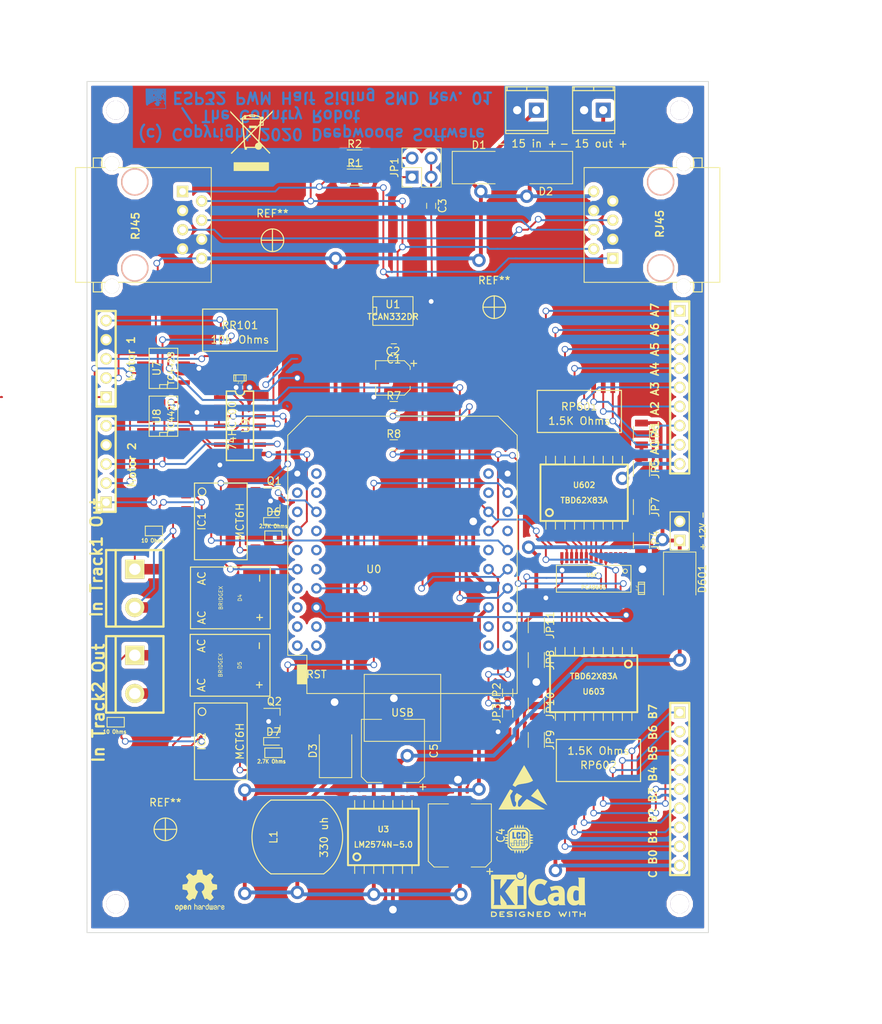
<source format=kicad_pcb>
(kicad_pcb (version 4) (host pcbnew 4.0.7+dfsg1-1ubuntu2)
  (layers (0 F.Cu signal) (31 B.Cu signal) (35 F.Paste user) (37 F.SilkS user) (39 F.Mask user) (44 Edge.Cuts user))
  (net 0 "")
  (net 1 +12V)
  (net 2 +5V)
  (net 3 "/CAN Transceiver/CANH")
  (net 4 "/CAN Transceiver/CANL")
  (net 5 "/Motor 1")
  (net 6 "/Motor 2")
  (net 7 /Motor1A)
  (net 8 /Motor1B)
  (net 9 /Motor2A)
  (net 10 /Motor2B)
  (net 11 "/Sense 1")
  (net 12 "/Sense 2")
  (net 13 /Sense1A)
  (net 14 /Sense1B)
  (net 15 /Sense2A)
  (net 16 /Sense2B)
  (net 17 3V3)
  (net 18 "CAN +12V")
  (net 19 GND)
  (net 20 "Net-(C3-Pad1)")
  (net 21 "Net-(D1-Pad1)")
  (net 22 "Net-(D2-Pad2)")
  (net 23 "Net-(D3-Pad2)")
  (net 24 "Net-(D4-Pad1)")
  (net 25 "Net-(D4-Pad2)")
  (net 26 "Net-(D4-Pad3)")
  (net 27 "Net-(D5-Pad1)")
  (net 28 "Net-(D5-Pad2)")
  (net 29 "Net-(D5-Pad3)")
  (net 30 "Net-(D6-Pad2)")
  (net 31 "Net-(D7-Pad2)")
  (net 32 "Net-(IC1-Pad1)")
  (net 33 "Net-(IC1-Pad5)")
  (net 34 "Net-(IC2-Pad1)")
  (net 35 "Net-(IC2-Pad5)")
  (net 36 "Net-(J1-Pad4)")
  (net 37 "Net-(J1-Pad5)")
  (net 38 "Net-(JP1-Pad1)")
  (net 39 "Net-(JP1-Pad2)")
  (net 40 "Net-(JP2-Pad1)")
  (net 41 /OE)
  (net 42 "Net-(JP4-Pad1)")
  (net 43 "Net-(JP5-Pad1)")
  (net 44 "Net-(JP11-Pad2)")
  (net 45 "Net-(JP10-Pad2)")
  (net 46 "Net-(P601-Pad1)")
  (net 47 "Net-(P601-Pad2)")
  (net 48 "Net-(P601-Pad3)")
  (net 49 "Net-(P601-Pad4)")
  (net 50 "Net-(P601-Pad5)")
  (net 51 "Net-(P601-Pad6)")
  (net 52 "Net-(P601-Pad7)")
  (net 53 "Net-(P601-Pad8)")
  (net 54 "Net-(P602-Pad1)")
  (net 55 "Net-(P602-Pad2)")
  (net 56 "Net-(P602-Pad3)")
  (net 57 "Net-(P602-Pad4)")
  (net 58 "Net-(P602-Pad5)")
  (net 59 "Net-(P602-Pad6)")
  (net 60 "Net-(P602-Pad7)")
  (net 61 "Net-(P602-Pad8)")
  (net 62 "Net-(RP601-Pad1)")
  (net 63 "Net-(RP601-Pad2)")
  (net 64 "Net-(RP601-Pad3)")
  (net 65 "Net-(RP601-Pad4)")
  (net 66 "Net-(RP601-Pad5)")
  (net 67 "Net-(RP601-Pad6)")
  (net 68 "Net-(RP601-Pad7)")
  (net 69 "Net-(RP601-Pad8)")
  (net 70 "Net-(RP602-Pad1)")
  (net 71 "Net-(RP602-Pad2)")
  (net 72 "Net-(RP602-Pad3)")
  (net 73 "Net-(RP602-Pad4)")
  (net 74 "Net-(RP602-Pad5)")
  (net 75 "Net-(RP602-Pad6)")
  (net 76 "Net-(RP602-Pad7)")
  (net 77 "Net-(RP602-Pad8)")
  (net 78 "Net-(RR101-Pad5)")
  (net 79 "Net-(RR101-Pad6)")
  (net 80 "Net-(RR101-Pad7)")
  (net 81 "Net-(RR101-Pad8)")
  (net 82 "Net-(RR101-Pad9)")
  (net 83 "Net-(RR101-Pad10)")
  (net 84 "Net-(RR101-Pad11)")
  (net 85 "Net-(RR101-Pad12)")
  (net 86 "Net-(RR101-Pad13)")
  (net 87 "Net-(U0-Pad2)")
  (net 88 "Net-(U0-Pad3)")
  (net 89 "Net-(U0-Pad4)")
  (net 90 "Net-(U0-Pad8)")
  (net 91 "Net-(U0-Pad9)")
  (net 92 /OD1)
  (net 93 /OD2)
  (net 94 "Net-(U0-Pad15)")
  (net 95 "Net-(U0-Pad17)")
  (net 96 "Net-(U0-Pad18)")
  (net 97 "Net-(U0-Pad20)")
  (net 98 "Net-(U0-Pad21)")
  (net 99 /CAN_RX)
  (net 100 "Net-(U0-Pad28)")
  (net 101 /CAN_TX)
  (net 102 /SDA)
  (net 103 /SCL)
  (net 104 "Net-(U1-Pad8)")
  (net 105 "Net-(U1-Pad5)")
  (net 106 "Net-(U3-Pad1)")
  (net 107 "Net-(U3-Pad2)")
  (net 108 "Net-(U3-Pad7)")
  (net 109 "Net-(U3-Pad8)")
  (net 110 "Net-(U3-Pad9)")
  (net 111 "Net-(U3-Pad11)")
  (net 112 "Net-(U3-Pad13)")
  (net 113 "Net-(U3-Pad14)")
  (net 114 "Net-(U9-Pad2)")
  (net 115 "Net-(U9-Pad10)")
  (net 116 "Net-(U601-Pad7)")
  (net 117 "Net-(U601-Pad8)")
  (net 118 "Net-(U601-Pad9)")
  (net 119 "Net-(U601-Pad10)")
  (net 120 "Net-(U601-Pad6)")
  (net 121 "Net-(U601-Pad18)")
  (net 122 "Net-(U601-Pad19)")
  (net 123 "Net-(U601-Pad20)")
  (net 124 "Net-(U601-Pad21)")
  (net 125 "Net-(U601-Pad22)")
  (net 126 "Net-(U601-Pad11)")
  (net 127 "Net-(U601-Pad12)")
  (net 128 "Net-(U601-Pad17)")
  (net 129 "Net-(U601-Pad13)")
  (net 130 "Net-(U601-Pad16)")
  (net 131 "Net-(U601-Pad15)")
  (net 132 "Net-(U0-Pad40)")
  (net 133 "Net-(U0-Pad39)")
  (net 134 "Net-(U0-Pad38)")
  (net 135 "Net-(U0-Pad37)")
  (net 136 "Net-(U0-Pad36)")
  (net 137 "Net-(U0-Pad29)")
  (net 138 "Net-(U0-Pad26)")
  (net 139 "Net-(U0-Pad23)")
  (net 140 "Net-(U0-Pad19)")
  (net 141 "Net-(U0-Pad13)")
  (net 142 "Net-(U0-Pad12)")
  (net 143 "Net-(U0-Pad10)")
  (net 144 "Net-(U0-Pad5)")
  (module Resistors_SMD:R_0603 (layer F.Cu) (at 137.275 73.66)
    (fp_text reference R7 (at 0 -1.45) (layer F.SilkS))
    (fp_text value 2.4K)
    (pad 1 smd rect (at -0.75 0) (size 0.5 0.9) (layers F.Cu F.Paste F.Mask) (net 17 3V3))
    (pad 2 smd rect (at 0.75 0) (size 0.5 0.9) (layers F.Cu F.Paste F.Mask) (net 103 /SCL))
  )
  (module ESP32_mini:ESP32_mini (layer F.Cu) (at 138.43 93.98)
    (fp_text reference U0 (at -3.81 1.27) (layer F.SilkS))
    (fp_text value TTGO-T7-v13)
    (fp_text user USB (at 0 20.32) (layer F.SilkS))
    (fp_text user RST (at -11.43 15.24) (layer F.SilkS))
    (pad 40 thru_hole circle (at 13.97 11.43 270) (size 1.4 1.4) (drill 0.8) (layers *.Cu *.Mask) (net 132 "Net-(U0-Pad40)"))
    (pad 39 thru_hole circle (at 11.43 11.43 270) (size 1.4 1.4) (drill 0.8) (layers *.Cu *.Mask) (net 133 "Net-(U0-Pad39)"))
    (pad 38 thru_hole circle (at 13.97 8.89 270) (size 1.4 1.4) (drill 0.8) (layers *.Cu *.Mask) (net 134 "Net-(U0-Pad38)"))
    (pad 37 thru_hole circle (at 11.43 8.89 270) (size 1.4 1.4) (drill 0.8) (layers *.Cu *.Mask) (net 135 "Net-(U0-Pad37)"))
    (pad 36 thru_hole circle (at 13.97 6.35 270) (size 1.4 1.4) (drill 0.8) (layers *.Cu *.Mask) (net 136 "Net-(U0-Pad36)"))
    (pad 35 thru_hole circle (at 11.43 6.35 270) (size 1.4 1.4) (drill 0.8) (layers *.Cu *.Mask) (net 2 +5V))
    (pad 34 thru_hole circle (at 13.97 3.81 270) (size 1.4 1.4) (drill 0.8) (layers *.Cu *.Mask) (net 5 "/Motor 1"))
    (pad 33 thru_hole circle (at 11.43 3.81 270) (size 1.4 1.4) (drill 0.8) (layers *.Cu *.Mask) (net 19 GND))
    (pad 32 thru_hole circle (at 13.97 1.27 270) (size 1.4 1.4) (drill 0.8) (layers *.Cu *.Mask) (net 99 /CAN_RX))
    (pad 31 thru_hole circle (at 11.43 1.27 270) (size 1.4 1.4) (drill 0.8) (layers *.Cu *.Mask) (net 41 /OE))
    (pad 30 thru_hole circle (at 13.97 -1.27 270) (size 1.4 1.4) (drill 0.8) (layers *.Cu *.Mask) (net 6 "/Motor 2"))
    (pad 29 thru_hole circle (at 11.43 -1.27 270) (size 1.4 1.4) (drill 0.8) (layers *.Cu *.Mask) (net 137 "Net-(U0-Pad29)"))
    (pad 28 thru_hole circle (at 13.97 -3.81 270) (size 1.4 1.4) (drill 0.8) (layers *.Cu *.Mask) (net 100 "Net-(U0-Pad28)"))
    (pad 27 thru_hole circle (at 11.43 -3.81 270) (size 1.4 1.4) (drill 0.8) (layers *.Cu *.Mask) (net 102 /SDA))
    (pad 26 thru_hole circle (at 13.97 -6.35 270) (size 1.4 1.4) (drill 0.8) (layers *.Cu *.Mask) (net 138 "Net-(U0-Pad26)"))
    (pad 25 thru_hole circle (at 11.43 -6.35 270) (size 1.4 1.4) (drill 0.8) (layers *.Cu *.Mask) (net 103 /SCL))
    (pad 24 thru_hole circle (at 13.97 -8.89 270) (size 1.4 1.4) (drill 0.8) (layers *.Cu *.Mask) (net 93 /OD2))
    (pad 23 thru_hole circle (at 11.43 -8.89 270) (size 1.4 1.4) (drill 0.8) (layers *.Cu *.Mask) (net 139 "Net-(U0-Pad23)"))
    (pad 22 thru_hole circle (at 13.97 -11.43 270) (size 1.4 1.4) (drill 0.8) (layers *.Cu *.Mask) (net 19 GND))
    (pad 21 thru_hole circle (at 11.43 -11.43 270) (size 1.4 1.4) (drill 0.8) (layers *.Cu *.Mask) (net 98 "Net-(U0-Pad21)"))
    (pad 20 thru_hole circle (at -11.43 11.43 270) (size 1.4 1.4) (drill 0.8) (layers *.Cu *.Mask) (net 97 "Net-(U0-Pad20)"))
    (pad 19 thru_hole circle (at -13.97 11.43 270) (size 1.4 1.4) (drill 0.8) (layers *.Cu *.Mask) (net 140 "Net-(U0-Pad19)"))
    (pad 18 thru_hole circle (at -11.43 8.89 270) (size 1.4 1.4) (drill 0.8) (layers *.Cu *.Mask) (net 96 "Net-(U0-Pad18)"))
    (pad 17 thru_hole circle (at -13.97 8.89 270) (size 1.4 1.4) (drill 0.8) (layers *.Cu *.Mask) (net 95 "Net-(U0-Pad17)"))
    (pad 16 thru_hole circle (at -11.43 6.35 270) (size 1.4 1.4) (drill 0.8) (layers *.Cu *.Mask) (net 17 3V3))
    (pad 15 thru_hole circle (at -13.97 6.35 270) (size 1.4 1.4) (drill 0.8) (layers *.Cu *.Mask) (net 94 "Net-(U0-Pad15)"))
    (pad 14 thru_hole circle (at -11.43 3.81 270) (size 1.4 1.4) (drill 0.8) (layers *.Cu *.Mask) (net 101 /CAN_TX))
    (pad 13 thru_hole circle (at -13.97 3.81 270) (size 1.4 1.4) (drill 0.8) (layers *.Cu *.Mask) (net 141 "Net-(U0-Pad13)"))
    (pad 12 thru_hole circle (at -11.43 1.27 270) (size 1.4 1.4) (drill 0.8) (layers *.Cu *.Mask) (net 142 "Net-(U0-Pad12)"))
    (pad 11 thru_hole circle (at -13.97 1.27 270) (size 1.4 1.4) (drill 0.8) (layers *.Cu *.Mask) (net 11 "/Sense 1"))
    (pad 10 thru_hole circle (at -11.43 -1.27 270) (size 1.4 1.4) (drill 0.8) (layers *.Cu *.Mask) (net 143 "Net-(U0-Pad10)"))
    (pad 9 thru_hole circle (at -13.97 -1.27 270) (size 1.4 1.4) (drill 0.8) (layers *.Cu *.Mask) (net 91 "Net-(U0-Pad9)"))
    (pad 8 thru_hole circle (at -11.43 -3.81 270) (size 1.4 1.4) (drill 0.8) (layers *.Cu *.Mask) (net 90 "Net-(U0-Pad8)"))
    (pad 7 thru_hole circle (at -13.97 -3.81 270) (size 1.4 1.4) (drill 0.8) (layers *.Cu *.Mask) (net 12 "/Sense 2"))
    (pad 6 thru_hole circle (at -11.43 -6.35 270) (size 1.4 1.4) (drill 0.8) (layers *.Cu *.Mask) (net 92 /OD1))
    (pad 5 thru_hole circle (at -13.97 -6.35 270) (size 1.4 1.4) (drill 0.8) (layers *.Cu *.Mask) (net 144 "Net-(U0-Pad5)"))
    (pad 4 thru_hole circle (at -11.43 -8.89 270) (size 1.4 1.4) (drill 0.8) (layers *.Cu *.Mask) (net 89 "Net-(U0-Pad4)"))
    (pad 3 thru_hole circle (at -13.97 -8.89 270) (size 1.4 1.4) (drill 0.8) (layers *.Cu *.Mask) (net 88 "Net-(U0-Pad3)"))
    (pad 1 thru_hole circle (at -13.97 -11.43 270) (size 1.4 1.4) (drill 0.8) (layers *.Cu *.Mask) (net 19 GND))
    (pad 2 thru_hole circle (at -11.43 -11.43 270) (size 1.4 1.4) (drill 0.8) (layers *.Cu *.Mask) (net 87 "Net-(U0-Pad2)"))
  )
  (module Diodes_SMD:D_SMB (layer F.Cu) (at 175.26 96.52 270)
    (fp_text reference D601 (at 0 -3 270) (layer F.SilkS))
    (fp_text value DFLS240-7)
    (pad 2 smd rect (at -2.15 0 270) (size 2.5 2.3) (layers F.Cu F.Paste F.Mask) (net 1 +12V))
    (pad 1 smd rect (at 2.15 0 270) (size 2.5 2.3) (layers F.Cu F.Paste F.Mask) (net 18 "CAN +12V"))
  )
  (module SRN1060 (layer F.Cu) (at 124.46 130.81 90)
    (fp_text reference L1 (at -0.01524 -3.1623 90) (layer F.SilkS))
    (fp_text value "330 uh" (at -0.0381 3.556 90) (layer F.SilkS))
    (pad 1 smd rect (at -3.3 0 90) (size 3.5 10.2) (layers F.Cu F.Paste F.Mask) (net 2 +5V))
    (pad 2 smd rect (at 3.3 0 90) (size 3.5 10.2) (layers F.Cu F.Paste F.Mask) (net 23 "Net-(D3-Pad2)"))
  )
  (module SMT8 (layer F.Cu) (at 114.3 118.11 90)
    (fp_text reference IC2 (at 0 -2.54 90) (layer F.SilkS))
    (fp_text value MCT6H (at 0 2.54 90) (layer F.SilkS))
    (pad 1 smd rect (at 3.81 -4.6 90) (size 1.5 1.3) (layers F.Cu F.Paste F.Mask) (net 34 "Net-(IC2-Pad1)"))
    (pad 2 smd rect (at 1.27 -4.6 90) (size 1.5 1.3) (layers F.Cu F.Paste F.Mask) (net 28 "Net-(D5-Pad2)"))
    (pad 3 smd rect (at -1.27 -4.6 90) (size 1.5 1.3) (layers F.Cu F.Paste F.Mask) (net 34 "Net-(IC2-Pad1)"))
    (pad 4 smd rect (at -3.81 -4.6 90) (size 1.5 1.3) (layers F.Cu F.Paste F.Mask) (net 28 "Net-(D5-Pad2)"))
    (pad 5 smd rect (at -3.81 4.6 90) (size 1.5 1.3) (layers F.Cu F.Paste F.Mask) (net 35 "Net-(IC2-Pad5)"))
    (pad 6 smd rect (at -1.27 4.6 90) (size 1.5 1.3) (layers F.Cu F.Paste F.Mask) (net 17 3V3))
    (pad 7 smd rect (at 1.27 4.6 90) (size 1.5 1.3) (layers F.Cu F.Paste F.Mask) (net 17 3V3))
    (pad 8 smd rect (at 3.81 4.6 90) (size 1.5 1.3) (layers F.Cu F.Paste F.Mask) (net 35 "Net-(IC2-Pad5)"))
  )
  (module SMT8 (layer F.Cu) (at 114.3 88.9 90)
    (fp_text reference IC1 (at 0 -2.54 90) (layer F.SilkS))
    (fp_text value MCT6H (at 0 2.54 90) (layer F.SilkS))
    (pad 1 smd rect (at 3.81 -4.6 90) (size 1.5 1.3) (layers F.Cu F.Paste F.Mask) (net 32 "Net-(IC1-Pad1)"))
    (pad 2 smd rect (at 1.27 -4.6 90) (size 1.5 1.3) (layers F.Cu F.Paste F.Mask) (net 25 "Net-(D4-Pad2)"))
    (pad 3 smd rect (at -1.27 -4.6 90) (size 1.5 1.3) (layers F.Cu F.Paste F.Mask) (net 32 "Net-(IC1-Pad1)"))
    (pad 4 smd rect (at -3.81 -4.6 90) (size 1.5 1.3) (layers F.Cu F.Paste F.Mask) (net 25 "Net-(D4-Pad2)"))
    (pad 5 smd rect (at -3.81 4.6 90) (size 1.5 1.3) (layers F.Cu F.Paste F.Mask) (net 33 "Net-(IC1-Pad5)"))
    (pad 6 smd rect (at -1.27 4.6 90) (size 1.5 1.3) (layers F.Cu F.Paste F.Mask) (net 17 3V3))
    (pad 7 smd rect (at 1.27 4.6 90) (size 1.5 1.3) (layers F.Cu F.Paste F.Mask) (net 17 3V3))
    (pad 8 smd rect (at 3.81 4.6 90) (size 1.5 1.3) (layers F.Cu F.Paste F.Mask) (net 33 "Net-(IC1-Pad5)"))
  )
  (module soic-14 (layer F.Cu) (at 135.89 130.81)
    (fp_text reference U3 (at 0 -1.016) (layer F.SilkS) (effects (font (size 0.7493 0.7493) (thickness 0.14986))))
    (fp_text value LM2574N-5.0 (at 0 1.016) (layer F.SilkS) (effects (font (size 0.7493 0.7493) (thickness 0.14986))))
    (pad 1 smd rect (at -3.81 4.81076) (size 0.55118 1.43002) (layers F.Cu F.Paste F.Mask) (net 106 "Net-(U3-Pad1)"))
    (pad 2 smd rect (at -2.54 4.81076) (size 0.55118 1.43002) (layers F.Cu F.Paste F.Mask) (net 107 "Net-(U3-Pad2)"))
    (pad 3 smd rect (at -1.27 4.81076) (size 0.55118 1.43002) (layers F.Cu F.Paste F.Mask) (net 2 +5V))
    (pad 4 smd rect (at 0 4.81076) (size 0.55118 1.43002) (layers F.Cu F.Paste F.Mask) (net 19 GND))
    (pad 5 smd rect (at 1.27 4.81076) (size 0.55118 1.43002) (layers F.Cu F.Paste F.Mask) (net 19 GND))
    (pad 6 smd rect (at 2.54 4.81076) (size 0.55118 1.43002) (layers F.Cu F.Paste F.Mask) (net 19 GND))
    (pad 7 smd rect (at 3.81 4.81076) (size 0.55118 1.43002) (layers F.Cu F.Paste F.Mask) (net 108 "Net-(U3-Pad7)"))
    (pad 8 smd rect (at 3.81 -4.81076) (size 0.55118 1.43002) (layers F.Cu F.Paste F.Mask) (net 109 "Net-(U3-Pad8)"))
    (pad 9 smd rect (at 2.54 -4.81076) (size 0.55118 1.43002) (layers F.Cu F.Paste F.Mask) (net 110 "Net-(U3-Pad9)"))
    (pad 10 smd rect (at 1.27 -4.81076) (size 0.55118 1.43002) (layers F.Cu F.Paste F.Mask) (net 18 "CAN +12V"))
    (pad 11 smd rect (at 0 -4.81076) (size 0.55118 1.43002) (layers F.Cu F.Paste F.Mask) (net 111 "Net-(U3-Pad11)"))
    (pad 12 smd rect (at -1.27 -4.81076) (size 0.55118 1.43002) (layers F.Cu F.Paste F.Mask) (net 23 "Net-(D3-Pad2)"))
    (pad 13 smd rect (at -2.54 -4.81076) (size 0.55118 1.43002) (layers F.Cu F.Paste F.Mask) (net 112 "Net-(U3-Pad13)"))
    (pad 14 smd rect (at -3.81 -4.81076) (size 0.55118 1.43002) (layers F.Cu F.Paste F.Mask) (net 113 "Net-(U3-Pad14)"))
  )
  (module tssop-28 (layer F.Cu) (at 163.83 96.52 180)
    (fp_text reference U601 (at 0 0.508 180) (layer F.SilkS) (effects (font (size 0.50038 0.50038) (thickness 0.09906))))
    (fp_text value PCA9685 (at 0 -1.143 180) (layer F.SilkS) (effects (font (size 0.50038 0.50038) (thickness 0.09906))))
    (pad 7 smd rect (at -0.32512 2.79908 180) (size 0.4191 1.47066) (layers F.Cu F.Paste F.Mask) (net 116 "Net-(U601-Pad7)"))
    (pad 8 smd rect (at 0.32512 2.79908 180) (size 0.4191 1.47066) (layers F.Cu F.Paste F.Mask) (net 117 "Net-(U601-Pad8)"))
    (pad 9 smd rect (at 0.97536 2.79908 180) (size 0.4191 1.47066) (layers F.Cu F.Paste F.Mask) (net 118 "Net-(U601-Pad9)"))
    (pad 10 smd rect (at 1.6256 2.79908 180) (size 0.4191 1.47066) (layers F.Cu F.Paste F.Mask) (net 119 "Net-(U601-Pad10)"))
    (pad 25 smd rect (at -2.26568 -2.794 180) (size 0.4191 1.47066) (layers F.Cu F.Paste F.Mask) (net 19 GND))
    (pad 4 smd rect (at -2.27584 2.79908 180) (size 0.4191 1.47066) (layers F.Cu F.Paste F.Mask) (net 19 GND))
    (pad 5 smd rect (at -1.6256 2.79908 180) (size 0.4191 1.47066) (layers F.Cu F.Paste F.Mask) (net 19 GND))
    (pad 6 smd rect (at -0.97536 2.79908 180) (size 0.4191 1.47066) (layers F.Cu F.Paste F.Mask) (net 120 "Net-(U601-Pad6)"))
    (pad 18 smd rect (at 2.27584 -2.79908 180) (size 0.4191 1.47066) (layers F.Cu F.Paste F.Mask) (net 121 "Net-(U601-Pad18)"))
    (pad 19 smd rect (at 1.6256 -2.79908 180) (size 0.4191 1.47066) (layers F.Cu F.Paste F.Mask) (net 122 "Net-(U601-Pad19)"))
    (pad 20 smd rect (at 0.97536 -2.79908 180) (size 0.4191 1.47066) (layers F.Cu F.Paste F.Mask) (net 123 "Net-(U601-Pad20)"))
    (pad 21 smd rect (at 0.32512 -2.79908 180) (size 0.4191 1.47066) (layers F.Cu F.Paste F.Mask) (net 124 "Net-(U601-Pad21)"))
    (pad 22 smd rect (at -0.32512 -2.79908 180) (size 0.4191 1.47066) (layers F.Cu F.Paste F.Mask) (net 125 "Net-(U601-Pad22)"))
    (pad 23 smd rect (at -0.97536 -2.79908 180) (size 0.4191 1.47066) (layers F.Cu F.Paste F.Mask) (net 40 "Net-(JP2-Pad1)"))
    (pad 11 smd rect (at 2.27584 2.79908 180) (size 0.4191 1.47066) (layers F.Cu F.Paste F.Mask) (net 126 "Net-(U601-Pad11)"))
    (pad 24 smd rect (at -1.6256 -2.794 180) (size 0.4191 1.47066) (layers F.Cu F.Paste F.Mask) (net 19 GND))
    (pad 3 smd rect (at -2.92608 2.79908 180) (size 0.4191 1.47066) (layers F.Cu F.Paste F.Mask) (net 19 GND))
    (pad 12 smd rect (at 2.92608 2.79908 180) (size 0.4191 1.47066) (layers F.Cu F.Paste F.Mask) (net 127 "Net-(U601-Pad12)"))
    (pad 17 smd rect (at 2.92608 -2.79908 180) (size 0.4191 1.47066) (layers F.Cu F.Paste F.Mask) (net 128 "Net-(U601-Pad17)"))
    (pad 26 smd rect (at -2.92608 -2.79908 180) (size 0.4191 1.47066) (layers F.Cu F.Paste F.Mask) (net 103 /SCL))
    (pad 2 smd rect (at -3.57378 2.79908 180) (size 0.4191 1.47066) (layers F.Cu F.Paste F.Mask) (net 19 GND))
    (pad 13 smd rect (at 3.57378 2.79908 180) (size 0.4191 1.47066) (layers F.Cu F.Paste F.Mask) (net 129 "Net-(U601-Pad13)"))
    (pad 16 smd rect (at 3.57378 -2.79908 180) (size 0.4191 1.47066) (layers F.Cu F.Paste F.Mask) (net 130 "Net-(U601-Pad16)"))
    (pad 27 smd rect (at -3.57378 -2.79908 180) (size 0.4191 1.47066) (layers F.Cu F.Paste F.Mask) (net 102 /SDA))
    (pad 1 smd rect (at -4.22402 2.79908 180) (size 0.4191 1.47066) (layers F.Cu F.Paste F.Mask) (net 19 GND))
    (pad 14 smd rect (at 4.22402 2.79908 180) (size 0.4191 1.47066) (layers F.Cu F.Paste F.Mask) (net 19 GND))
    (pad 15 smd rect (at 4.22402 -2.79908 180) (size 0.4191 1.47066) (layers F.Cu F.Paste F.Mask) (net 131 "Net-(U601-Pad15)"))
    (pad 28 smd rect (at -4.22402 -2.79908 180) (size 0.4191 1.47066) (layers F.Cu F.Paste F.Mask) (net 17 3V3))
  )
  (module soic-18 (layer F.Cu) (at 162.56 85.09)
    (fp_text reference U602 (at 0 -1.016) (layer F.SilkS) (effects (font (size 0.7493 0.7493) (thickness 0.14986))))
    (fp_text value TBD62X83A (at 0 1.016) (layer F.SilkS) (effects (font (size 0.7493 0.7493) (thickness 0.14986))))
    (pad 1 smd rect (at -5.08 4.81076) (size 0.55118 1.43002) (layers F.Cu F.Paste F.Mask) (net 129 "Net-(U601-Pad13)"))
    (pad 2 smd rect (at -3.81 4.81076) (size 0.55118 1.43002) (layers F.Cu F.Paste F.Mask) (net 127 "Net-(U601-Pad12)"))
    (pad 3 smd rect (at -2.54 4.81076) (size 0.55118 1.43002) (layers F.Cu F.Paste F.Mask) (net 126 "Net-(U601-Pad11)"))
    (pad 4 smd rect (at -1.27 4.81076) (size 0.55118 1.43002) (layers F.Cu F.Paste F.Mask) (net 119 "Net-(U601-Pad10)"))
    (pad 5 smd rect (at 0 4.81076) (size 0.55118 1.43002) (layers F.Cu F.Paste F.Mask) (net 118 "Net-(U601-Pad9)"))
    (pad 6 smd rect (at 1.27 4.81076) (size 0.55118 1.43002) (layers F.Cu F.Paste F.Mask) (net 117 "Net-(U601-Pad8)"))
    (pad 7 smd rect (at 2.54 4.81076) (size 0.55118 1.43002) (layers F.Cu F.Paste F.Mask) (net 116 "Net-(U601-Pad7)"))
    (pad 8 smd rect (at 3.81 4.81076) (size 0.55118 1.43002) (layers F.Cu F.Paste F.Mask) (net 120 "Net-(U601-Pad6)"))
    (pad 9 smd rect (at 5.08 4.81076) (size 0.55118 1.43002) (layers F.Cu F.Paste F.Mask) (net 42 "Net-(JP4-Pad1)"))
    (pad 10 smd rect (at 5.08 -4.81076) (size 0.55118 1.43002) (layers F.Cu F.Paste F.Mask) (net 43 "Net-(JP5-Pad1)"))
    (pad 11 smd rect (at 3.81 -4.81076) (size 0.55118 1.43002) (layers F.Cu F.Paste F.Mask) (net 69 "Net-(RP601-Pad8)"))
    (pad 12 smd rect (at 2.54 -4.81076) (size 0.55118 1.43002) (layers F.Cu F.Paste F.Mask) (net 68 "Net-(RP601-Pad7)"))
    (pad 13 smd rect (at 1.27 -4.81076) (size 0.55118 1.43002) (layers F.Cu F.Paste F.Mask) (net 67 "Net-(RP601-Pad6)"))
    (pad 14 smd rect (at 0 -4.81076) (size 0.55118 1.43002) (layers F.Cu F.Paste F.Mask) (net 66 "Net-(RP601-Pad5)"))
    (pad 15 smd rect (at -1.27 -4.81076) (size 0.55118 1.43002) (layers F.Cu F.Paste F.Mask) (net 65 "Net-(RP601-Pad4)"))
    (pad 16 smd rect (at -2.54 -4.81076) (size 0.55118 1.43002) (layers F.Cu F.Paste F.Mask) (net 64 "Net-(RP601-Pad3)"))
    (pad 17 smd rect (at -3.81 -4.81076) (size 0.55118 1.43002) (layers F.Cu F.Paste F.Mask) (net 63 "Net-(RP601-Pad2)"))
    (pad 18 smd rect (at -5.08 -4.81076) (size 0.55118 1.43002) (layers F.Cu F.Paste F.Mask) (net 62 "Net-(RP601-Pad1)"))
  )
  (module soic-18 (layer F.Cu) (at 163.83 110.49 180)
    (fp_text reference U603 (at 0 -1.016 180) (layer F.SilkS) (effects (font (size 0.7493 0.7493) (thickness 0.14986))))
    (fp_text value TBD62X83A (at 0 1.016 180) (layer F.SilkS) (effects (font (size 0.7493 0.7493) (thickness 0.14986))))
    (pad 1 smd rect (at -5.08 4.81076 180) (size 0.55118 1.43002) (layers F.Cu F.Paste F.Mask) (net 125 "Net-(U601-Pad22)"))
    (pad 2 smd rect (at -3.81 4.81076 180) (size 0.55118 1.43002) (layers F.Cu F.Paste F.Mask) (net 124 "Net-(U601-Pad21)"))
    (pad 3 smd rect (at -2.54 4.81076 180) (size 0.55118 1.43002) (layers F.Cu F.Paste F.Mask) (net 123 "Net-(U601-Pad20)"))
    (pad 4 smd rect (at -1.27 4.81076 180) (size 0.55118 1.43002) (layers F.Cu F.Paste F.Mask) (net 122 "Net-(U601-Pad19)"))
    (pad 5 smd rect (at 0 4.81076 180) (size 0.55118 1.43002) (layers F.Cu F.Paste F.Mask) (net 121 "Net-(U601-Pad18)"))
    (pad 6 smd rect (at 1.27 4.81076 180) (size 0.55118 1.43002) (layers F.Cu F.Paste F.Mask) (net 128 "Net-(U601-Pad17)"))
    (pad 7 smd rect (at 2.54 4.81076 180) (size 0.55118 1.43002) (layers F.Cu F.Paste F.Mask) (net 130 "Net-(U601-Pad16)"))
    (pad 8 smd rect (at 3.81 4.81076 180) (size 0.55118 1.43002) (layers F.Cu F.Paste F.Mask) (net 131 "Net-(U601-Pad15)"))
    (pad 9 smd rect (at 5.08 4.81076 180) (size 0.55118 1.43002) (layers F.Cu F.Paste F.Mask) (net 44 "Net-(JP11-Pad2)"))
    (pad 10 smd rect (at 5.08 -4.81076 180) (size 0.55118 1.43002) (layers F.Cu F.Paste F.Mask) (net 45 "Net-(JP10-Pad2)"))
    (pad 11 smd rect (at 3.81 -4.81076 180) (size 0.55118 1.43002) (layers F.Cu F.Paste F.Mask) (net 77 "Net-(RP602-Pad8)"))
    (pad 12 smd rect (at 2.54 -4.81076 180) (size 0.55118 1.43002) (layers F.Cu F.Paste F.Mask) (net 76 "Net-(RP602-Pad7)"))
    (pad 13 smd rect (at 1.27 -4.81076 180) (size 0.55118 1.43002) (layers F.Cu F.Paste F.Mask) (net 75 "Net-(RP602-Pad6)"))
    (pad 14 smd rect (at 0 -4.81076 180) (size 0.55118 1.43002) (layers F.Cu F.Paste F.Mask) (net 74 "Net-(RP602-Pad5)"))
    (pad 15 smd rect (at -1.27 -4.81076 180) (size 0.55118 1.43002) (layers F.Cu F.Paste F.Mask) (net 73 "Net-(RP602-Pad4)"))
    (pad 16 smd rect (at -2.54 -4.81076 180) (size 0.55118 1.43002) (layers F.Cu F.Paste F.Mask) (net 72 "Net-(RP602-Pad3)"))
    (pad 17 smd rect (at -3.81 -4.81076 180) (size 0.55118 1.43002) (layers F.Cu F.Paste F.Mask) (net 71 "Net-(RP602-Pad2)"))
    (pad 18 smd rect (at -5.08 -4.81076 180) (size 0.55118 1.43002) (layers F.Cu F.Paste F.Mask) (net 70 "Net-(RP602-Pad1)"))
  )
  (module 4816P (layer F.Cu) (at 164.465 120.65 180)
    (fp_text reference RP602 (at 0 -0.635 180) (layer F.SilkS))
    (fp_text value "1.5K Ohms" (at 0 1.27 180) (layer F.SilkS))
    (pad 1 smd rect (at -4.445 3.45 180) (size 0.63 2) (layers F.Cu F.Paste F.Mask) (net 70 "Net-(RP602-Pad1)"))
    (pad 2 smd rect (at -3.175 3.45 180) (size 0.63 2) (layers F.Cu F.Paste F.Mask) (net 71 "Net-(RP602-Pad2)"))
    (pad 3 smd rect (at -1.905 3.45 180) (size 0.63 2) (layers F.Cu F.Paste F.Mask) (net 72 "Net-(RP602-Pad3)"))
    (pad 4 smd rect (at -0.635 3.45 180) (size 0.63 2) (layers F.Cu F.Paste F.Mask) (net 73 "Net-(RP602-Pad4)"))
    (pad 5 smd rect (at 0.635 3.45 180) (size 0.63 2) (layers F.Cu F.Paste F.Mask) (net 74 "Net-(RP602-Pad5)"))
    (pad 6 smd rect (at 1.905 3.45 180) (size 0.63 2) (layers F.Cu F.Paste F.Mask) (net 75 "Net-(RP602-Pad6)"))
    (pad 7 smd rect (at 3.175 3.45 180) (size 0.63 2) (layers F.Cu F.Paste F.Mask) (net 76 "Net-(RP602-Pad7)"))
    (pad 8 smd rect (at 4.445 3.45 180) (size 0.63 2) (layers F.Cu F.Paste F.Mask) (net 77 "Net-(RP602-Pad8)"))
    (pad 9 smd rect (at 4.445 -3.45 180) (size 0.63 2) (layers F.Cu F.Paste F.Mask) (net 61 "Net-(P602-Pad8)"))
    (pad 10 smd rect (at 3.175 -3.45 180) (size 0.63 2) (layers F.Cu F.Paste F.Mask) (net 60 "Net-(P602-Pad7)"))
    (pad 11 smd rect (at 1.905 -3.45 180) (size 0.63 2) (layers F.Cu F.Paste F.Mask) (net 59 "Net-(P602-Pad6)"))
    (pad 12 smd rect (at 0.635 -3.45 180) (size 0.63 2) (layers F.Cu F.Paste F.Mask) (net 58 "Net-(P602-Pad5)"))
    (pad 13 smd rect (at -0.635 -3.45 180) (size 0.63 2) (layers F.Cu F.Paste F.Mask) (net 57 "Net-(P602-Pad4)"))
    (pad 14 smd rect (at -1.905 -3.45 180) (size 0.63 2) (layers F.Cu F.Paste F.Mask) (net 56 "Net-(P602-Pad3)"))
    (pad 15 smd rect (at -3.175 -3.45 180) (size 0.63 2) (layers F.Cu F.Paste F.Mask) (net 55 "Net-(P602-Pad2)"))
    (pad 16 smd rect (at -4.445 -3.45 180) (size 0.63 2) (layers F.Cu F.Paste F.Mask) (net 54 "Net-(P602-Pad1)"))
  )
  (module 4816P (layer F.Cu) (at 161.925 74.295)
    (fp_text reference RP601 (at 0 -0.635) (layer F.SilkS))
    (fp_text value "1.5K Ohms" (at 0 1.27) (layer F.SilkS))
    (pad 1 smd rect (at -4.445 3.45) (size 0.63 2) (layers F.Cu F.Paste F.Mask) (net 62 "Net-(RP601-Pad1)"))
    (pad 2 smd rect (at -3.175 3.45) (size 0.63 2) (layers F.Cu F.Paste F.Mask) (net 63 "Net-(RP601-Pad2)"))
    (pad 3 smd rect (at -1.905 3.45) (size 0.63 2) (layers F.Cu F.Paste F.Mask) (net 64 "Net-(RP601-Pad3)"))
    (pad 4 smd rect (at -0.635 3.45) (size 0.63 2) (layers F.Cu F.Paste F.Mask) (net 65 "Net-(RP601-Pad4)"))
    (pad 5 smd rect (at 0.635 3.45) (size 0.63 2) (layers F.Cu F.Paste F.Mask) (net 66 "Net-(RP601-Pad5)"))
    (pad 6 smd rect (at 1.905 3.45) (size 0.63 2) (layers F.Cu F.Paste F.Mask) (net 67 "Net-(RP601-Pad6)"))
    (pad 7 smd rect (at 3.175 3.45) (size 0.63 2) (layers F.Cu F.Paste F.Mask) (net 68 "Net-(RP601-Pad7)"))
    (pad 8 smd rect (at 4.445 3.45) (size 0.63 2) (layers F.Cu F.Paste F.Mask) (net 69 "Net-(RP601-Pad8)"))
    (pad 9 smd rect (at 4.445 -3.45) (size 0.63 2) (layers F.Cu F.Paste F.Mask) (net 53 "Net-(P601-Pad8)"))
    (pad 10 smd rect (at 3.175 -3.45) (size 0.63 2) (layers F.Cu F.Paste F.Mask) (net 52 "Net-(P601-Pad7)"))
    (pad 11 smd rect (at 1.905 -3.45) (size 0.63 2) (layers F.Cu F.Paste F.Mask) (net 51 "Net-(P601-Pad6)"))
    (pad 12 smd rect (at 0.635 -3.45) (size 0.63 2) (layers F.Cu F.Paste F.Mask) (net 50 "Net-(P601-Pad5)"))
    (pad 13 smd rect (at -0.635 -3.45) (size 0.63 2) (layers F.Cu F.Paste F.Mask) (net 49 "Net-(P601-Pad4)"))
    (pad 14 smd rect (at -1.905 -3.45) (size 0.63 2) (layers F.Cu F.Paste F.Mask) (net 48 "Net-(P601-Pad3)"))
    (pad 15 smd rect (at -3.175 -3.45) (size 0.63 2) (layers F.Cu F.Paste F.Mask) (net 47 "Net-(P601-Pad2)"))
    (pad 16 smd rect (at -4.445 -3.45) (size 0.63 2) (layers F.Cu F.Paste F.Mask) (net 46 "Net-(P601-Pad1)"))
  )
  (module c_0603 (layer F.Cu) (at 170.18 97.79 270)
    (fp_text reference C601 hide)
    (fp_text value ".1 uf" (at 0 0.635 270) (layer F.SilkS) (effects (font (size 0.20066 0.20066) (thickness 0.04064))))
    (pad 1 smd rect (at 0.75184 0 270) (size 0.89916 1.00076) (layers F.Cu F.Paste F.Mask) (net 17 3V3))
    (pad 2 smd rect (at -0.75184 0 270) (size 0.89916 1.00076) (layers F.Cu F.Paste F.Mask) (net 19 GND))
  )
  (module SM0603 (layer F.Cu) (at 121.285 119.634)
    (fp_text reference R6 hide)
    (fp_text value "2.7K Ohms" (at -0.254 1.143) (layer F.SilkS) (effects (font (size 0.508 0.4572) (thickness 0.1143))))
    (pad 1 smd rect (at -0.762 0) (size 0.635 1.143) (layers F.Cu F.Paste F.Mask) (net 17 3V3))
    (pad 2 smd rect (at 0.762 0) (size 0.635 1.143) (layers F.Cu F.Paste F.Mask) (net 31 "Net-(D7-Pad2)"))
  )
  (module SM0603 (layer F.Cu) (at 121.285 90.805)
    (fp_text reference R4 hide)
    (fp_text value "2.7K Ohms" (at 0 -1.27) (layer F.SilkS) (effects (font (size 0.508 0.4572) (thickness 0.1143))))
    (pad 1 smd rect (at -0.762 0) (size 0.635 1.143) (layers F.Cu F.Paste F.Mask) (net 17 3V3))
    (pad 2 smd rect (at 0.762 0) (size 0.635 1.143) (layers F.Cu F.Paste F.Mask) (net 30 "Net-(D6-Pad2)"))
  )
  (module SM0603 (layer F.Cu) (at 100.33 115.57)
    (fp_text reference R5 hide)
    (fp_text value "10 Ohms" (at -0.127 1.27) (layer F.SilkS) (effects (font (size 0.508 0.4572) (thickness 0.1143))))
    (pad 1 smd rect (at -0.762 0) (size 0.635 1.143) (layers F.Cu F.Paste F.Mask) (net 29 "Net-(D5-Pad3)"))
    (pad 2 smd rect (at 0.762 0) (size 0.635 1.143) (layers F.Cu F.Paste F.Mask) (net 34 "Net-(IC2-Pad1)"))
  )
  (module SM0603 (layer F.Cu) (at 105.41 90.17)
    (fp_text reference R3 hide)
    (fp_text value "10 Ohms" (at -0.127 1.27) (layer F.SilkS) (effects (font (size 0.508 0.4572) (thickness 0.1143))))
    (pad 1 smd rect (at -0.762 0) (size 0.635 1.143) (layers F.Cu F.Paste F.Mask) (net 26 "Net-(D4-Pad3)"))
    (pad 2 smd rect (at 0.762 0) (size 0.635 1.143) (layers F.Cu F.Paste F.Mask) (net 32 "Net-(IC1-Pad1)"))
  )
  (module c_0603 (layer F.Cu) (at 116.84 69.85)
    (fp_text reference C7 hide)
    (fp_text value ".1 uf" (at 0 0.635) (layer F.SilkS) (effects (font (size 0.20066 0.20066) (thickness 0.04064))))
    (pad 1 smd rect (at 0.75184 0) (size 0.89916 1.00076) (layers F.Cu F.Paste F.Mask) (net 17 3V3))
    (pad 2 smd rect (at -0.75184 0) (size 0.89916 1.00076) (layers F.Cu F.Paste F.Mask) (net 19 GND))
  )
  (module SOIC-8_N (layer F.Cu) (at 106.68 74.93 90)
    (fp_text reference U8 (at 0 -0.889 90) (layer F.SilkS))
    (fp_text value TC4428 (at 0 1.016 90) (layer F.SilkS) (effects (font (size 0.8 0.8))))
    (pad 8 smd rect (at -1.875 -2.7 90) (size 0.6 1.6) (layers F.Cu F.Paste F.Mask))
    (pad 1 smd rect (at -1.875 2.7 90) (size 0.6 1.6) (layers F.Cu F.Paste F.Mask))
    (pad 7 smd rect (at -0.625 -2.7 90) (size 0.6 1.6) (layers F.Cu F.Paste F.Mask) (net 9 /Motor2A))
    (pad 6 smd rect (at 0.625 -2.7 90) (size 0.6 1.6) (layers F.Cu F.Paste F.Mask) (net 18 "CAN +12V"))
    (pad 5 smd rect (at 1.875 -2.7 90) (size 0.6 1.6) (layers F.Cu F.Paste F.Mask) (net 10 /Motor2B))
    (pad 2 smd rect (at -0.625 2.7 90) (size 0.6 1.6) (layers F.Cu F.Paste F.Mask) (net 6 "/Motor 2"))
    (pad 3 smd rect (at 0.625 2.7 90) (size 0.6 1.6) (layers F.Cu F.Paste F.Mask) (net 19 GND))
    (pad 4 smd rect (at 1.875 2.7 90) (size 0.6 1.6) (layers F.Cu F.Paste F.Mask) (net 6 "/Motor 2"))
  )
  (module SOIC-8_N (layer F.Cu) (at 106.68 68.58 90)
    (fp_text reference U7 (at 0 -0.889 90) (layer F.SilkS))
    (fp_text value TC4428 (at 0 1.016 90) (layer F.SilkS) (effects (font (size 0.8 0.8))))
    (pad 8 smd rect (at -1.875 -2.7 90) (size 0.6 1.6) (layers F.Cu F.Paste F.Mask))
    (pad 1 smd rect (at -1.875 2.7 90) (size 0.6 1.6) (layers F.Cu F.Paste F.Mask))
    (pad 7 smd rect (at -0.625 -2.7 90) (size 0.6 1.6) (layers F.Cu F.Paste F.Mask) (net 7 /Motor1A))
    (pad 6 smd rect (at 0.625 -2.7 90) (size 0.6 1.6) (layers F.Cu F.Paste F.Mask) (net 18 "CAN +12V"))
    (pad 5 smd rect (at 1.875 -2.7 90) (size 0.6 1.6) (layers F.Cu F.Paste F.Mask) (net 8 /Motor1B))
    (pad 2 smd rect (at -0.625 2.7 90) (size 0.6 1.6) (layers F.Cu F.Paste F.Mask) (net 5 "/Motor 1"))
    (pad 3 smd rect (at 0.625 2.7 90) (size 0.6 1.6) (layers F.Cu F.Paste F.Mask) (net 19 GND))
    (pad 4 smd rect (at 1.875 2.7 90) (size 0.6 1.6) (layers F.Cu F.Paste F.Mask) (net 5 "/Motor 1"))
  )
  (module SOIC-14_Narrow (layer F.Cu) (at 116.84 76.2 270)
    (fp_text reference U9 (at 0 -0.762 270) (layer F.SilkS))
    (fp_text value 74HCT00 (at 0 1.016 270) (layer F.SilkS))
    (pad 1 smd rect (at -3.75 2.7 270) (size 0.6 1.5) (layers F.Cu F.Paste F.Mask) (net 13 /Sense1A))
    (pad 2 smd rect (at -2.5 2.7 270) (size 0.6 1.5) (layers F.Cu F.Paste F.Mask) (net 114 "Net-(U9-Pad2)"))
    (pad 3 smd rect (at -1.27 2.794 270) (size 0.6 1.5) (layers F.Cu F.Paste F.Mask) (net 11 "/Sense 1"))
    (pad 4 smd rect (at 0 2.7 270) (size 0.6 1.5) (layers F.Cu F.Paste F.Mask) (net 11 "/Sense 1"))
    (pad 5 smd rect (at 1.25 2.7 270) (size 0.6 1.5) (layers F.Cu F.Paste F.Mask) (net 14 /Sense1B))
    (pad 6 smd rect (at 2.5 2.7 270) (size 0.6 1.5) (layers F.Cu F.Paste F.Mask) (net 114 "Net-(U9-Pad2)"))
    (pad 7 smd rect (at 3.75 2.7 270) (size 0.6 1.5) (layers F.Cu F.Paste F.Mask) (net 19 GND))
    (pad 8 smd rect (at 3.75 -2.7 270) (size 0.6 1.5) (layers F.Cu F.Paste F.Mask) (net 12 "/Sense 2"))
    (pad 9 smd rect (at 2.5 -2.7 270) (size 0.6 1.5) (layers F.Cu F.Paste F.Mask) (net 15 /Sense2A))
    (pad 10 smd rect (at 1.25 -2.7 270) (size 0.6 1.5) (layers F.Cu F.Paste F.Mask) (net 115 "Net-(U9-Pad10)"))
    (pad 11 smd rect (at 0 -2.7 270) (size 0.6 1.5) (layers F.Cu F.Paste F.Mask) (net 115 "Net-(U9-Pad10)"))
    (pad 12 smd rect (at -1.25 -2.7 270) (size 0.6 1.5) (layers F.Cu F.Paste F.Mask) (net 12 "/Sense 2"))
    (pad 13 smd rect (at -2.5 -2.7 270) (size 0.6 1.5) (layers F.Cu F.Paste F.Mask) (net 16 /Sense2B))
    (pad 14 smd rect (at -3.75 -2.7 270) (size 0.6 1.5) (layers F.Cu F.Paste F.Mask) (net 17 3V3))
  )
  (module 4814P (layer F.Cu) (at 116.84 63.5)
    (fp_text reference RR101 (at 0 -0.635) (layer F.SilkS))
    (fp_text value "10K Ohms" (at 0 1.27) (layer F.SilkS))
    (pad 1 smd rect (at -3.81 3.45) (size 0.63 2) (layers F.Cu F.Paste F.Mask) (net 13 /Sense1A))
    (pad 2 smd rect (at -2.54 3.45) (size 0.63 2) (layers F.Cu F.Paste F.Mask) (net 14 /Sense1B))
    (pad 3 smd rect (at -1.27 3.45) (size 0.63 2) (layers F.Cu F.Paste F.Mask) (net 15 /Sense2A))
    (pad 4 smd rect (at 0 3.45) (size 0.63 2) (layers F.Cu F.Paste F.Mask) (net 16 /Sense2B))
    (pad 5 smd rect (at 1.27 3.45) (size 0.63 2) (layers F.Cu F.Paste F.Mask) (net 78 "Net-(RR101-Pad5)"))
    (pad 6 smd rect (at 2.54 3.45) (size 0.63 2) (layers F.Cu F.Paste F.Mask) (net 79 "Net-(RR101-Pad6)"))
    (pad 7 smd rect (at 3.81 3.45) (size 0.63 2) (layers F.Cu F.Paste F.Mask) (net 80 "Net-(RR101-Pad7)"))
    (pad 8 smd rect (at 3.81 -3.45) (size 0.63 2) (layers F.Cu F.Paste F.Mask) (net 81 "Net-(RR101-Pad8)"))
    (pad 9 smd rect (at 2.54 -3.45) (size 0.63 2) (layers F.Cu F.Paste F.Mask) (net 82 "Net-(RR101-Pad9)"))
    (pad 10 smd rect (at 1.27 -3.45) (size 0.63 2) (layers F.Cu F.Paste F.Mask) (net 83 "Net-(RR101-Pad10)"))
    (pad 11 smd rect (at 0 -3.45) (size 0.63 2) (layers F.Cu F.Paste F.Mask) (net 84 "Net-(RR101-Pad11)"))
    (pad 12 smd rect (at -1.27 -3.45) (size 0.63 2) (layers F.Cu F.Paste F.Mask) (net 85 "Net-(RR101-Pad12)"))
    (pad 13 smd rect (at -2.54 -3.45) (size 0.63 2) (layers F.Cu F.Paste F.Mask) (net 86 "Net-(RR101-Pad13)"))
    (pad 14 smd rect (at -3.81 -3.45) (size 0.63 2) (layers F.Cu F.Paste F.Mask) (net 17 3V3))
  )
  (module SOIC-8_N (layer F.Cu) (at 137.16 60.96)
    (fp_text reference U1 (at 0 -0.889) (layer F.SilkS))
    (fp_text value TCAN332DR (at 0 0.762) (layer F.SilkS) (effects (font (size 0.8 0.8))))
    (pad 8 smd rect (at -1.875 -2.7) (size 0.6 1.6) (layers F.Cu F.Paste F.Mask) (net 104 "Net-(U1-Pad8)"))
    (pad 1 smd rect (at -1.875 2.7) (size 0.6 1.6) (layers F.Cu F.Paste F.Mask) (net 101 /CAN_TX))
    (pad 7 smd rect (at -0.625 -2.7) (size 0.6 1.6) (layers F.Cu F.Paste F.Mask) (net 3 "/CAN Transceiver/CANH"))
    (pad 6 smd rect (at 0.625 -2.7) (size 0.6 1.6) (layers F.Cu F.Paste F.Mask) (net 4 "/CAN Transceiver/CANL"))
    (pad 5 smd rect (at 1.875 -2.7) (size 0.6 1.6) (layers F.Cu F.Paste F.Mask) (net 105 "Net-(U1-Pad5)"))
    (pad 2 smd rect (at -0.625 2.7) (size 0.6 1.6) (layers F.Cu F.Paste F.Mask) (net 19 GND))
    (pad 3 smd rect (at 0.625 2.7) (size 0.6 1.6) (layers F.Cu F.Paste F.Mask) (net 17 3V3))
    (pad 4 smd rect (at 1.875 2.7) (size 0.6 1.6) (layers F.Cu F.Paste F.Mask) (net 99 /CAN_RX))
  )
  (module Diodes_SMD:D_SMB (layer F.Cu) (at 129.54 119.38 90)
    (fp_text reference D3 (at 0 -3 90) (layer F.SilkS))
    (fp_text value "CMSH1-60 TR13")
    (pad 2 smd rect (at -2.15 0 90) (size 2.5 2.3) (layers F.Cu F.Paste F.Mask) (net 23 "Net-(D3-Pad2)"))
    (pad 1 smd rect (at 2.15 0 90) (size 2.5 2.3) (layers F.Cu F.Paste F.Mask) (net 19 GND))
  )
  (module Diodes_SMD:D_SMB (layer F.Cu) (at 157.48 41.91 180)
    (fp_text reference D2 (at 0 -3.175 180) (layer F.SilkS))
    (fp_text value DFLS240-7)
    (pad 2 smd rect (at -2.15 0 180) (size 2.5 2.3) (layers F.Cu F.Paste F.Mask) (net 22 "Net-(D2-Pad2)"))
    (pad 1 smd rect (at 2.15 0 180) (size 2.5 2.3) (layers F.Cu F.Paste F.Mask) (net 18 "CAN +12V"))
  )
  (module Diodes_SMD:D_SMB (layer F.Cu) (at 148.59 41.91)
    (fp_text reference D1 (at 0 -3) (layer F.SilkS))
    (fp_text value DFLS240-7)
    (pad 2 smd rect (at -2.15 0) (size 2.5 2.3) (layers F.Cu F.Paste F.Mask) (net 18 "CAN +12V"))
    (pad 1 smd rect (at 2.15 0) (size 2.5 2.3) (layers F.Cu F.Paste F.Mask) (net 21 "Net-(D1-Pad1)"))
  )
  (module bornier2 (layer F.Cu) (at 102.87 109.22 270)
    (fp_text reference T6 hide)
    (fp_text value "In Track2 Out" (at 3.81 4.826 270) (layer F.SilkS) (effects (font (thickness 0.3048))))
    (pad 1 thru_hole rect (at -2.54 0 270) (size 2.54 2.54) (drill 1.524) (layers *.Cu *.Mask F.SilkS) (net 29 "Net-(D5-Pad3)"))
    (pad 2 thru_hole circle (at 2.54 0 270) (size 2.54 2.54) (drill 1.524) (layers *.Cu *.Mask F.SilkS) (net 28 "Net-(D5-Pad2)"))
  )
  (module bornier2 (layer F.Cu) (at 102.87 97.79 270)
    (fp_text reference T3 hide)
    (fp_text value "In Track1 Out" (at -4.064 5.08 270) (layer F.SilkS) (effects (font (thickness 0.3048))))
    (pad 1 thru_hole rect (at -2.54 0 270) (size 2.54 2.54) (drill 1.524) (layers *.Cu *.Mask F.SilkS) (net 26 "Net-(D4-Pad3)"))
    (pad 2 thru_hole circle (at 2.54 0 270) (size 2.54 2.54) (drill 1.524) (layers *.Cu *.Mask F.SilkS) (net 25 "Net-(D4-Pad2)"))
  )
  (module ScrewTerm2.54-2 (layer F.Cu) (at 175.26 90.17 90)
    (fp_text reference T601 hide)
    (fp_text value "+ 12V -" (at 0 3.048 90) (layer F.SilkS) (effects (font (size 0.762 0.762) (thickness 0.1524))))
    (pad 1 thru_hole rect (at -1.27 0 180) (size 1.524 1.524) (drill 1.016) (layers *.Cu *.Mask F.SilkS) (net 1 +12V))
    (pad 2 thru_hole circle (at 1.27 0 180) (size 1.524 1.524) (drill 1.016) (layers *.Cu *.Mask F.SilkS) (net 19 GND))
  )
  (module ScrewTerm_2.54-9 (layer F.Cu) (at 175.26 124.46 270)
    (fp_text reference P602 hide)
    (fp_text value "C B0 B1 B2 B3 B4 B5 B6 B7" (at 0.254 3.556 270) (layer F.SilkS) (effects (font (size 1.016 1.016) (thickness 0.2032))))
    (pad 1 thru_hole rect (at -10.18 0 270) (size 1.524 1.524) (drill 1.016) (layers *.Cu *.Mask F.SilkS) (net 54 "Net-(P602-Pad1)"))
    (pad 2 thru_hole circle (at -7.64 0 270) (size 1.524 1.524) (drill 1.016) (layers *.Cu *.Mask F.SilkS) (net 55 "Net-(P602-Pad2)"))
    (pad 3 thru_hole circle (at -5.1 0 270) (size 1.524 1.524) (drill 1.016) (layers *.Cu *.Mask F.SilkS) (net 56 "Net-(P602-Pad3)"))
    (pad 4 thru_hole circle (at -2.56 0 270) (size 1.524 1.524) (drill 1.016) (layers *.Cu *.Mask F.SilkS) (net 57 "Net-(P602-Pad4)"))
    (pad 5 thru_hole circle (at -0.02 0 270) (size 1.524 1.524) (drill 1.016) (layers *.Cu *.Mask F.SilkS) (net 58 "Net-(P602-Pad5)"))
    (pad 6 thru_hole circle (at 2.52 0 270) (size 1.524 1.524) (drill 1.016) (layers *.Cu *.Mask F.SilkS) (net 59 "Net-(P602-Pad6)"))
    (pad 7 thru_hole circle (at 5.06 0 270) (size 1.524 1.524) (drill 1.016) (layers *.Cu *.Mask F.SilkS) (net 60 "Net-(P602-Pad7)"))
    (pad 8 thru_hole circle (at 7.6 0 270) (size 1.524 1.524) (drill 1.016) (layers *.Cu *.Mask F.SilkS) (net 61 "Net-(P602-Pad8)"))
    (pad 9 thru_hole circle (at 10.14 0 270) (size 1.524 1.524) (drill 1.016) (layers *.Cu *.Mask F.SilkS) (net 45 "Net-(JP10-Pad2)"))
  )
  (module ScrewTerm_2.54-9 (layer F.Cu) (at 175.26 71.12 270)
    (fp_text reference P601 hide)
    (fp_text value "C A0 A1 A2 A3 A4 A5 A6 A7" (at -0.254 3.302 270) (layer F.SilkS) (effects (font (size 1.016 1.016) (thickness 0.2032))))
    (pad 1 thru_hole rect (at -10.18 0 270) (size 1.524 1.524) (drill 1.016) (layers *.Cu *.Mask F.SilkS) (net 46 "Net-(P601-Pad1)"))
    (pad 2 thru_hole circle (at -7.64 0 270) (size 1.524 1.524) (drill 1.016) (layers *.Cu *.Mask F.SilkS) (net 47 "Net-(P601-Pad2)"))
    (pad 3 thru_hole circle (at -5.1 0 270) (size 1.524 1.524) (drill 1.016) (layers *.Cu *.Mask F.SilkS) (net 48 "Net-(P601-Pad3)"))
    (pad 4 thru_hole circle (at -2.56 0 270) (size 1.524 1.524) (drill 1.016) (layers *.Cu *.Mask F.SilkS) (net 49 "Net-(P601-Pad4)"))
    (pad 5 thru_hole circle (at -0.02 0 270) (size 1.524 1.524) (drill 1.016) (layers *.Cu *.Mask F.SilkS) (net 50 "Net-(P601-Pad5)"))
    (pad 6 thru_hole circle (at 2.52 0 270) (size 1.524 1.524) (drill 1.016) (layers *.Cu *.Mask F.SilkS) (net 51 "Net-(P601-Pad6)"))
    (pad 7 thru_hole circle (at 5.06 0 270) (size 1.524 1.524) (drill 1.016) (layers *.Cu *.Mask F.SilkS) (net 52 "Net-(P601-Pad7)"))
    (pad 8 thru_hole circle (at 7.6 0 270) (size 1.524 1.524) (drill 1.016) (layers *.Cu *.Mask F.SilkS) (net 53 "Net-(P601-Pad8)"))
    (pad 9 thru_hole circle (at 10.14 0 270) (size 1.524 1.524) (drill 1.016) (layers *.Cu *.Mask F.SilkS) (net 43 "Net-(JP5-Pad1)"))
  )
  (module ScrewTerm_2.54-5 (layer F.Cu) (at 99.06 81.28 90)
    (fp_text reference T5 hide)
    (fp_text value "Motor 2" (at -0.127 3.429 90) (layer F.SilkS) (effects (font (size 1.016 1.016) (thickness 0.2032))))
    (pad 1 thru_hole rect (at -5.08 0 90) (size 1.524 1.524) (drill 1.016) (layers *.Cu *.Mask F.SilkS) (net 9 /Motor2A))
    (pad 2 thru_hole circle (at -2.54 0 90) (size 1.524 1.524) (drill 1.016) (layers *.Cu *.Mask F.SilkS) (net 10 /Motor2B))
    (pad 3 thru_hole circle (at 0 0 90) (size 1.524 1.524) (drill 1.016) (layers *.Cu *.Mask F.SilkS) (net 15 /Sense2A))
    (pad 4 thru_hole circle (at 2.54 0 90) (size 1.524 1.524) (drill 1.016) (layers *.Cu *.Mask F.SilkS) (net 19 GND))
    (pad 5 thru_hole circle (at 5.08 0 90) (size 1.524 1.524) (drill 1.016) (layers *.Cu *.Mask F.SilkS) (net 16 /Sense2B))
  )
  (module ScrewTerm_2.54-5 (layer F.Cu) (at 99.06 67.31 90)
    (fp_text reference T4 hide)
    (fp_text value "Motor 1" (at 0 3.302 90) (layer F.SilkS) (effects (font (size 1.016 1.016) (thickness 0.2032))))
    (pad 1 thru_hole rect (at -5.08 0 90) (size 1.524 1.524) (drill 1.016) (layers *.Cu *.Mask F.SilkS) (net 7 /Motor1A))
    (pad 2 thru_hole circle (at -2.54 0 90) (size 1.524 1.524) (drill 1.016) (layers *.Cu *.Mask F.SilkS) (net 8 /Motor1B))
    (pad 3 thru_hole circle (at 0 0 90) (size 1.524 1.524) (drill 1.016) (layers *.Cu *.Mask F.SilkS) (net 13 /Sense1A))
    (pad 4 thru_hole circle (at 2.54 0 90) (size 1.524 1.524) (drill 1.016) (layers *.Cu *.Mask F.SilkS) (net 19 GND))
    (pad 5 thru_hole circle (at 5.08 0 90) (size 1.524 1.524) (drill 1.016) (layers *.Cu *.Mask F.SilkS) (net 14 /Sense1B))
  )
  (module RJ45_8N-S (layer F.Cu) (at 172.72 49.53 90)
    (fp_text reference J2 hide)
    (fp_text value RJ45 (at 0.14224 -0.1016 90) (layer F.SilkS) (effects (font (size 1.00076 1.00076) (thickness 0.2032))))
    (pad "" np_thru_hole circle (at 5.715 0 90) (size 3.64998 3.64998) (drill 3.2512) (layers *.Cu *.SilkS *.Mask))
    (pad "" np_thru_hole circle (at -5.715 0 90) (size 3.64998 3.64998) (drill 3.2512) (layers *.Cu *.SilkS *.Mask))
    (pad 1 thru_hole rect (at -4.445 -6.35 90) (size 1.50114 1.50114) (drill 0.89916) (layers *.Cu *.Mask F.SilkS) (net 3 "/CAN Transceiver/CANH"))
    (pad 2 thru_hole circle (at -3.175 -8.89 90) (size 1.50114 1.50114) (drill 0.89916) (layers *.Cu *.Mask F.SilkS) (net 4 "/CAN Transceiver/CANL"))
    (pad 3 thru_hole circle (at -1.905 -6.35 90) (size 1.50114 1.50114) (drill 0.89916) (layers *.Cu *.Mask F.SilkS) (net 19 GND))
    (pad 4 thru_hole circle (at -0.635 -8.89 90) (size 1.50114 1.50114) (drill 0.89916) (layers *.Cu *.Mask F.SilkS) (net 36 "Net-(J1-Pad4)"))
    (pad 5 thru_hole circle (at 0.635 -6.35 90) (size 1.50114 1.50114) (drill 0.89916) (layers *.Cu *.Mask F.SilkS) (net 37 "Net-(J1-Pad5)"))
    (pad 6 thru_hole circle (at 1.905 -8.89 90) (size 1.50114 1.50114) (drill 0.89916) (layers *.Cu *.Mask F.SilkS) (net 19 GND))
    (pad 7 thru_hole circle (at 3.175 -6.35 90) (size 1.50114 1.50114) (drill 0.89916) (layers *.Cu *.Mask F.SilkS) (net 19 GND))
    (pad 8 thru_hole circle (at 4.445 -8.89 90) (size 1.50114 1.50114) (drill 0.89916) (layers *.Cu *.Mask F.SilkS) (net 18 "CAN +12V"))
    (pad "" thru_hole circle (at -8.128 3.048 90) (size 1.9304 1.9304) (drill 1.9304) (layers *.Cu *.Mask F.SilkS))
    (pad "" thru_hole circle (at 8.128 3.048 90) (size 1.9304 1.9304) (drill 1.9304) (layers *.Cu *.Mask F.SilkS))
  )
  (module RJ45_8N-S (layer F.Cu) (at 102.87 49.53 270)
    (fp_text reference J1 hide)
    (fp_text value RJ45 (at 0.14224 -0.1016 270) (layer F.SilkS) (effects (font (size 1.00076 1.00076) (thickness 0.2032))))
    (pad "" np_thru_hole circle (at 5.715 0 270) (size 3.64998 3.64998) (drill 3.2512) (layers *.Cu *.SilkS *.Mask))
    (pad "" np_thru_hole circle (at -5.715 0 270) (size 3.64998 3.64998) (drill 3.2512) (layers *.Cu *.SilkS *.Mask))
    (pad 1 thru_hole rect (at -4.445 -6.35 270) (size 1.50114 1.50114) (drill 0.89916) (layers *.Cu *.Mask F.SilkS) (net 3 "/CAN Transceiver/CANH"))
    (pad 2 thru_hole circle (at -3.175 -8.89 270) (size 1.50114 1.50114) (drill 0.89916) (layers *.Cu *.Mask F.SilkS) (net 4 "/CAN Transceiver/CANL"))
    (pad 3 thru_hole circle (at -1.905 -6.35 270) (size 1.50114 1.50114) (drill 0.89916) (layers *.Cu *.Mask F.SilkS) (net 19 GND))
    (pad 4 thru_hole circle (at -0.635 -8.89 270) (size 1.50114 1.50114) (drill 0.89916) (layers *.Cu *.Mask F.SilkS) (net 36 "Net-(J1-Pad4)"))
    (pad 5 thru_hole circle (at 0.635 -6.35 270) (size 1.50114 1.50114) (drill 0.89916) (layers *.Cu *.Mask F.SilkS) (net 37 "Net-(J1-Pad5)"))
    (pad 6 thru_hole circle (at 1.905 -8.89 270) (size 1.50114 1.50114) (drill 0.89916) (layers *.Cu *.Mask F.SilkS) (net 19 GND))
    (pad 7 thru_hole circle (at 3.175 -6.35 270) (size 1.50114 1.50114) (drill 0.89916) (layers *.Cu *.Mask F.SilkS) (net 19 GND))
    (pad 8 thru_hole circle (at 4.445 -8.89 270) (size 1.50114 1.50114) (drill 0.89916) (layers *.Cu *.Mask F.SilkS) (net 18 "CAN +12V"))
    (pad "" thru_hole circle (at -8.128 3.048 270) (size 1.9304 1.9304) (drill 1.9304) (layers *.Cu *.Mask F.SilkS))
    (pad "" thru_hole circle (at 8.128 3.048 270) (size 1.9304 1.9304) (drill 1.9304) (layers *.Cu *.Mask F.SilkS))
  )
  (module DWSLogoBCU (layer F.Cu) (at 105.664 32.766 180)
    (fp_text reference "" (at 0 0 180) (layer F.SilkS))
    (fp_text value "" (at 0 0 180) (layer F.SilkS))
    (fp_poly (pts (xy 1.397 -1.31826) (xy 0.0635 -1.29286) (xy -1.27 -1.26492) (xy -1.27 -1.01854) (xy -1.2192 -0.79502) (xy -1.12268 -0.6858) (xy -1.04648 -0.61722) (xy -1.0795 -0.5969) (xy -1.16586 -0.52324) (xy -1.18618 -0.42418) (xy -1.15824 -0.28956) (xy -1.12268 -0.26416) (xy -0.9779 -0.26416) (xy -0.97028 -0.20828) (xy -1.016 -0.17018) (xy -1.06934 -0.11176) (xy -0.9779 -0.0889) (xy -0.889 -0.0889) (xy -0.72898 -0.09906) (xy -0.7239 -0.1397) (xy -0.762 -0.17018) (xy -0.83312 -0.23368) (xy -0.75184 -0.254) (xy -0.71882 -0.254) (xy -0.51054 -0.30226) (xy -0.42418 -0.34798) (xy -0.34544 -0.41402) (xy -0.41148 -0.40386) (xy -0.43688 -0.3937) (xy -0.58166 -0.41656) (xy -0.62738 -0.47752) (xy -0.6731 -0.62738) (xy -0.635 -0.67564) (xy -0.58928 -0.67818) (xy -0.54102 -0.62484) (xy -0.5588 -0.57912) (xy -0.56896 -0.5207) (xy -0.52832 -0.53848) (xy -0.47244 -0.65532) (xy -0.48006 -0.75184) (xy -0.4572 -0.90424) (xy -0.30988 -0.9779) (xy -0.09144 -0.95758) (xy 0.04572 -0.86614) (xy 0.0635 -0.77216) (xy 0.09652 -0.66802) (xy 0.15494 -0.65786) (xy 0.22352 -0.63246) (xy 0.21336 -0.59436) (xy 0.0889 -0.51562) (xy 0.0381 -0.508) (xy -0.07366 -0.46482) (xy -0.05588 -0.37338) (xy 0.04318 -0.30734) (xy 0.19304 -0.32512) (xy 0.3429 -0.42926) (xy 0.49276 -0.53594) (xy 0.5969 -0.54864) (xy 0.69088 -0.56896) (xy 0.72898 -0.62992) (xy 0.80772 -0.71882) (xy 0.85598 -0.71374) (xy 0.94488 -0.7366) (xy 0.98298 -0.8001) (xy 1.08966 -0.91694) (xy 1.22428 -0.90678) (xy 1.2954 -0.81788) (xy 1.31318 -0.69088) (xy 1.32842 -0.43434) (xy 1.34112 -0.08382) (xy 1.34874 0.32512) (xy 1.35636 1.35382) (xy 0.84582 1.35382) (xy 0.84582 -0.21082) (xy 0.80518 -0.254) (xy 0.762 -0.21082) (xy 0.80518 -0.17018) (xy 0.84582 -0.21082) (xy 0.84582 1.35382) (xy 0.508 1.35382) (xy 0.508 -0.127) (xy 0.508 -0.381) (xy 0.46482 -0.42418) (xy 0.42418 -0.381) (xy 0.46482 -0.33782) (xy 0.508 -0.381) (xy 0.508 -0.127) (xy 0.46482 -0.17018) (xy 0.42418 -0.127) (xy 0.46482 -0.08382) (xy 0.508 -0.127) (xy 0.508 1.35382) (xy 0.33782 1.35382) (xy 0.33782 0.46482) (xy 0.2921 0.35306) (xy 0.254 0.33782) (xy 0.1778 0.4064) (xy 0.17018 0.46482) (xy 0.21336 0.57912) (xy 0.254 0.59182) (xy 0.32766 0.52324) (xy 0.33782 0.46482) (xy 0.33782 1.35382) (xy 0.32258 1.35382) (xy 0.32258 1.06934) (xy 0.30988 1.04394) (xy 0.20828 1.03378) (xy 0.19812 1.04394) (xy 0.20828 1.09474) (xy 0.254 1.09982) (xy 0.32258 1.06934) (xy 0.32258 1.35382) (xy 0.14986 1.35382) (xy 0.14986 -0.12954) (xy 0.1397 -0.14224) (xy 0.09144 -0.12954) (xy 0.08382 -0.08382) (xy 0.1143 -0.01524) (xy 0.1397 -0.02794) (xy 0.14986 -0.12954) (xy 0.14986 1.35382) (xy 0.06858 1.35382) (xy 0.06858 0.30734) (xy 0.05588 0.28194) (xy -0.04572 0.27178) (xy -0.05588 0.28194) (xy -0.04572 0.33274) (xy 0 0.33782) (xy 0.06858 0.30734) (xy 0.06858 1.35382) (xy 0 1.35382) (xy 0 1.05918) (xy -0.04318 1.016) (xy -0.08382 1.05918) (xy -0.04318 1.09982) (xy 0 1.05918) (xy 0 1.35382) (xy -0.17018 1.35382) (xy -0.17018 -0.29718) (xy -0.21082 -0.33782) (xy -0.254 -0.29718) (xy -0.21082 -0.254) (xy -0.17018 -0.29718) (xy -0.17018 1.35382) (xy -0.18796 1.35382) (xy -0.18796 -0.04572) (xy -0.19812 -0.05588) (xy -0.24892 -0.04572) (xy -0.254 0) (xy -0.22352 0.06858) (xy -0.19812 0.05588) (xy -0.18796 -0.04572) (xy -0.18796 1.35382) (xy -0.37846 1.35382) (xy -0.37846 -0.1524) (xy -0.4699 -0.14478) (xy -0.53086 -0.09652) (xy -0.5842 -0.0254) (xy -0.50038 -0.04318) (xy -0.4826 -0.04826) (xy -0.381 -0.1143) (xy -0.37846 -0.1524) (xy -0.37846 1.35382) (xy -0.6985 1.35382) (xy -0.6985 0.4953) (xy -0.70612 0.44958) (xy -0.75946 0.38354) (xy -0.81534 0.23368) (xy -0.8001 0.16002) (xy -0.78486 0.09652) (xy -0.83312 0.11938) (xy -0.92456 0.24638) (xy -0.89916 0.39116) (xy -0.8255 0.45212) (xy -0.6985 0.4953) (xy -0.6985 1.35382) (xy -0.84582 1.35382) (xy -0.84582 0.59436) (xy -0.90932 0.54864) (xy -0.97282 0.56134) (xy -1.08458 0.6223) (xy -1.09982 0.64262) (xy -1.03124 0.6731) (xy -0.97282 0.67818) (xy -0.86106 0.63246) (xy -0.84582 0.59436) (xy -0.84582 1.35382) (xy -0.93218 1.35382) (xy -0.93218 1.05918) (xy -0.97282 1.016) (xy -1.016 1.05918) (xy -1.016 0.889) (xy -1.05918 0.84582) (xy -1.09982 0.889) (xy -1.05918 0.93218) (xy -1.016 0.889) (xy -1.016 1.05918) (xy -0.97282 1.09982) (xy -0.93218 1.05918) (xy -0.93218 1.35382) (xy -1.11506 1.35382) (xy -1.11506 0.22352) (xy -1.1303 0.19812) (xy -1.22936 0.18796) (xy -1.24206 0.19812) (xy -1.22936 0.24638) (xy -1.18618 0.254) (xy -1.11506 0.22352) (xy -1.11506 1.35382) (xy -1.12014 1.35382) (xy -1.12014 0.37846) (xy -1.1303 0.36576) (xy -1.17856 0.37846) (xy -1.18618 0.42418) (xy -1.1557 0.49276) (xy -1.1303 0.48006) (xy -1.12014 0.37846) (xy -1.12014 1.35382) (xy -1.35382 1.35382) (xy -1.35382 0) (xy -1.35382 -1.35382) (xy 0.02032 -1.33604) (xy 1.397 -1.31826) (xy 1.397 -1.31826)) (layer B.Cu) (width 0.00254))
  )
  (module MountingHole_2-5mm_RevA_Date21Jun2010 (layer F.Cu) (at 175.26 34.29)
    (fp_text reference MH hide)
    (fp_text value MountingHole_2-5mm_RevA_Date21Jun2010 hide)
    (pad 1 thru_hole circle (at 0 0) (size 2.49936 2.49936) (drill 2.49936) (layers))
  )
  (module MountingHole_2-5mm_RevA_Date21Jun2010 (layer F.Cu) (at 175.26 139.7)
    (fp_text reference MH hide)
    (fp_text value MountingHole_2-5mm_RevA_Date21Jun2010 hide)
    (pad 1 thru_hole circle (at 0 0) (size 2.49936 2.49936) (drill 2.49936) (layers))
  )
  (module MountingHole_2-5mm_RevA_Date21Jun2010 (layer F.Cu) (at 100.33 139.7)
    (fp_text reference MH hide)
    (fp_text value MountingHole_2-5mm_RevA_Date21Jun2010 hide)
    (pad 1 thru_hole circle (at 0 0) (size 2.49936 2.49936) (drill 2.49936) (layers))
  )
  (module MountingHole_2-5mm_RevA_Date21Jun2010 (layer F.Cu) (at 100.33 34.29)
    (fp_text reference MH hide)
    (fp_text value MountingHole_2-5mm_RevA_Date21Jun2010 hide)
    (pad 1 thru_hole circle (at 0 0) (size 2.49936 2.49936) (drill 2.49936) (layers))
  )
  (module LEDs:LED_0603 (layer F.Cu) (at 121.285 88.9)
    (fp_text reference D6 (at 0 -1.25) (layer F.SilkS))
    (fp_text value LED)
    (pad 2 smd rect (at 0.8 0 180) (size 0.8 0.8) (layers F.Cu F.Paste F.Mask) (net 30 "Net-(D6-Pad2)"))
    (pad 1 smd rect (at -0.8 0 180) (size 0.8 0.8) (layers F.Cu F.Paste F.Mask) (net 92 /OD1))
  )
  (module LEDs:LED_0603 (layer F.Cu) (at 121.285 118.11)
    (fp_text reference D7 (at 0 -1.25) (layer F.SilkS))
    (fp_text value LED)
    (pad 2 smd rect (at 0.8 0 180) (size 0.8 0.8) (layers F.Cu F.Paste F.Mask) (net 31 "Net-(D7-Pad2)"))
    (pad 1 smd rect (at -0.8 0 180) (size 0.8 0.8) (layers F.Cu F.Paste F.Mask) (net 93 /OD2))
  )
  (module TO_SOT_Packages_SMD:SOT-23 (layer F.Cu) (at 121.396 86.04)
    (fp_text reference Q1 (at 0 -2.5) (layer F.SilkS))
    (fp_text value MMBT3904)
    (pad 1 smd rect (at -1 -0.95) (size 0.9 0.8) (layers F.Cu F.Paste F.Mask) (net 33 "Net-(IC1-Pad5)"))
    (pad 2 smd rect (at -1 0.95) (size 0.9 0.8) (layers F.Cu F.Paste F.Mask) (net 19 GND))
    (pad 3 smd rect (at 1 0) (size 0.9 0.8) (layers F.Cu F.Paste F.Mask) (net 92 /OD1))
  )
  (module TO_SOT_Packages_SMD:SOT-23 (layer F.Cu) (at 121.412 115.316)
    (fp_text reference Q2 (at 0 -2.5) (layer F.SilkS))
    (fp_text value MMBT3904)
    (pad 1 smd rect (at -1 -0.95) (size 0.9 0.8) (layers F.Cu F.Paste F.Mask) (net 35 "Net-(IC2-Pad5)"))
    (pad 2 smd rect (at -1 0.95) (size 0.9 0.8) (layers F.Cu F.Paste F.Mask) (net 19 GND))
    (pad 3 smd rect (at 1 0) (size 0.9 0.8) (layers F.Cu F.Paste F.Mask) (net 93 /OD2))
  )
  (module Resistors_SMD:R_0603 (layer F.Cu) (at 152.4 111.645 90)
    (fp_text reference JP2 (at 0 -1.45 90) (layer F.SilkS))
    (fp_text value 0)
    (pad 1 smd rect (at -0.75 0 90) (size 0.5 0.9) (layers F.Cu F.Paste F.Mask) (net 40 "Net-(JP2-Pad1)"))
    (pad 2 smd rect (at 0.75 0 90) (size 0.5 0.9) (layers F.Cu F.Paste F.Mask) (net 41 /OE))
  )
  (module Resistors_SMD:R_1206 (layer F.Cu) (at 170.18 91.44 270)
    (fp_text reference JP4 (at 0 -1.85 270) (layer F.SilkS))
    (fp_text value 0)
    (pad 1 smd rect (at -1.45 0 270) (size 0.9 1.7) (layers F.Cu F.Paste F.Mask) (net 42 "Net-(JP4-Pad1)"))
    (pad 2 smd rect (at 1.45 0 270) (size 0.9 1.7) (layers F.Cu F.Paste F.Mask) (net 19 GND))
  )
  (module Resistors_SMD:R_1206 (layer F.Cu) (at 170.18 81.915 270)
    (fp_text reference JP5 (at 0 -1.85 270) (layer F.SilkS))
    (fp_text value 0)
    (pad 1 smd rect (at -1.45 0 270) (size 0.9 1.7) (layers F.Cu F.Paste F.Mask) (net 43 "Net-(JP5-Pad1)"))
    (pad 2 smd rect (at 1.45 0 270) (size 0.9 1.7) (layers F.Cu F.Paste F.Mask) (net 1 +12V))
  )
  (module Resistors_SMD:R_1206 (layer F.Cu) (at 170.18 77.29 270)
    (fp_text reference JP6 (at 0 -1.85 270) (layer F.SilkS))
    (fp_text value 0)
    (pad 1 smd rect (at -1.45 0 270) (size 0.9 1.7) (layers F.Cu F.Paste F.Mask) (net 19 GND))
    (pad 2 smd rect (at 1.45 0 270) (size 0.9 1.7) (layers F.Cu F.Paste F.Mask) (net 43 "Net-(JP5-Pad1)"))
  )
  (module Resistors_SMD:R_1206 (layer F.Cu) (at 170.18 86.995 270)
    (fp_text reference JP7 (at 0 -1.85 270) (layer F.SilkS))
    (fp_text value 0)
    (pad 1 smd rect (at -1.45 0 270) (size 0.9 1.7) (layers F.Cu F.Paste F.Mask) (net 1 +12V))
    (pad 2 smd rect (at 1.45 0 270) (size 0.9 1.7) (layers F.Cu F.Paste F.Mask) (net 42 "Net-(JP4-Pad1)"))
  )
  (module Resistors_SMD:R_1206 (layer F.Cu) (at 156.21 107.315 270)
    (fp_text reference JP8 (at 0 -1.85 270) (layer F.SilkS))
    (fp_text value 0)
    (pad 1 smd rect (at -1.45 0 270) (size 0.9 1.7) (layers F.Cu F.Paste F.Mask) (net 44 "Net-(JP11-Pad2)"))
    (pad 2 smd rect (at 1.45 0 270) (size 0.9 1.7) (layers F.Cu F.Paste F.Mask) (net 19 GND))
  )
  (module Resistors_SMD:R_1206 (layer F.Cu) (at 156.21 117.93 270)
    (fp_text reference JP9 (at 0 -1.85 270) (layer F.SilkS))
    (fp_text value 0)
    (pad 1 smd rect (at -1.45 0 270) (size 0.9 1.7) (layers F.Cu F.Paste F.Mask) (net 45 "Net-(JP10-Pad2)"))
    (pad 2 smd rect (at 1.45 0 270) (size 0.9 1.7) (layers F.Cu F.Paste F.Mask) (net 1 +12V))
  )
  (module Resistors_SMD:R_1206 (layer F.Cu) (at 156.21 113.358 270)
    (fp_text reference JP10 (at 0 -1.85 270) (layer F.SilkS))
    (fp_text value 0)
    (pad 1 smd rect (at -1.45 0 270) (size 0.9 1.7) (layers F.Cu F.Paste F.Mask) (net 19 GND))
    (pad 2 smd rect (at 1.45 0 270) (size 0.9 1.7) (layers F.Cu F.Paste F.Mask) (net 45 "Net-(JP10-Pad2)"))
  )
  (module Resistors_SMD:R_1206 (layer F.Cu) (at 156.21 102.69 270)
    (fp_text reference JP11 (at 0 -1.85 270) (layer F.SilkS))
    (fp_text value 0)
    (pad 1 smd rect (at -1.45 0 270) (size 0.9 1.7) (layers F.Cu F.Paste F.Mask) (net 1 +12V))
    (pad 2 smd rect (at 1.45 0 270) (size 0.9 1.7) (layers F.Cu F.Paste F.Mask) (net 44 "Net-(JP11-Pad2)"))
  )
  (module Fiducials:Fiducial_classic_Small_SilkscreenTop_Type1 (layer F.Cu) (at 106.934 129.794)
    (fp_text reference REF** (at 0 -3.556) (layer F.SilkS))
    (fp_text value Fiducial_classic_Small_SilkscreenTop_Type1)
  )
  (module Fiducials:Fiducial_classic_Small_SilkscreenTop_Type1 (layer F.Cu) (at 121.158 51.562)
    (fp_text reference REF** (at 0 -3.556) (layer F.SilkS))
    (fp_text value Fiducial_classic_Small_SilkscreenTop_Type1)
  )
  (module Fiducials:Fiducial_classic_Small_SilkscreenTop_Type1 (layer F.Cu) (at 150.622 60.452)
    (fp_text reference REF** (at 0 -3.556) (layer F.SilkS))
    (fp_text value Fiducial_classic_Small_SilkscreenTop_Type1)
  )
  (module Symbols:ESD-Logo_6.6x6mm_SilkScreen (layer F.Cu) (at 154.432 124.206)
    (fp_text reference REF*** hide)
    (fp_text value ESD-Logo_6.6x6mm_SilkScreen hide)
  )
  (module Symbols:KiCad-Logo2_6mm_SilkScreen (layer F.Cu) (at 156.464 138.43)
    (fp_text reference REF*** hide)
    (fp_text value KiCad-Logo2_6mm_SilkScreen hide)
  )
  (module Symbols:OSHW-Logo2_7.3x6mm_SilkScreen (layer F.Cu) (at 111.506 137.922)
    (fp_text reference REF*** hide)
    (fp_text value OSHW-Logo2_7.3x6mm_SilkScreen hide)
  )
  (module Symbols:WEEE-Logo_5.6x8mm_SilkScreen (layer F.Cu) (at 118.364 38.354)
    (fp_text reference REF*** hide)
    (fp_text value WEEE-Logo_5.6x8mm_SilkScreen hide)
  )
  (module Resistors_SMD:R_1206 (layer F.Cu) (at 132.08 40.64)
    (fp_text reference R2 (at 0 -1.85) (layer F.SilkS))
    (fp_text value "60 Ohms")
    (pad 1 smd rect (at -1.45 0) (size 0.9 1.7) (layers F.Cu F.Paste F.Mask) (net 4 "/CAN Transceiver/CANL"))
    (pad 2 smd rect (at 1.45 0) (size 0.9 1.7) (layers F.Cu F.Paste F.Mask) (net 39 "Net-(JP1-Pad2)"))
  )
  (module Resistors_SMD:R_1206 (layer F.Cu) (at 132.08 43.18)
    (fp_text reference R1 (at 0 -1.85) (layer F.SilkS))
    (fp_text value "60 Ohms")
    (pad 1 smd rect (at -1.45 0) (size 0.9 1.7) (layers F.Cu F.Paste F.Mask) (net 3 "/CAN Transceiver/CANH"))
    (pad 2 smd rect (at 1.45 0) (size 0.9 1.7) (layers F.Cu F.Paste F.Mask) (net 38 "Net-(JP1-Pad1)"))
  )
  (module Pin_Headers:Pin_Header_Straight_2x02_Pitch2.54mm (layer F.Cu) (at 139.7 43.18 90)
    (fp_text reference JP1 (at 1.27 -2.33 90) (layer F.SilkS))
    (fp_text value Termination)
    (pad 1 thru_hole rect (at 0 0 90) (size 1.7 1.7) (drill 1) (layers *.Cu *.Mask) (net 38 "Net-(JP1-Pad1)"))
    (pad 2 thru_hole oval (at 2.54 0 90) (size 1.7 1.7) (drill 1) (layers *.Cu *.Mask) (net 39 "Net-(JP1-Pad2)"))
    (pad 3 thru_hole oval (at 0 2.54 90) (size 1.7 1.7) (drill 1) (layers *.Cu *.Mask) (net 20 "Net-(C3-Pad1)"))
    (pad 4 thru_hole oval (at 2.54 2.54 90) (size 1.7 1.7) (drill 1) (layers *.Cu *.Mask) (net 20 "Net-(C3-Pad1)"))
  )
  (module Capacitors_SMD:C_0603 (layer F.Cu) (at 142.24 46.99 270)
    (fp_text reference C3 (at 0 -1.5 270) (layer F.SilkS))
    (fp_text value "47 nf")
    (pad 2 smd rect (at 0.75 0 270) (size 0.8 0.75) (layers F.Cu F.Paste F.Mask) (net 19 GND))
    (pad 1 smd rect (at -0.75 0 270) (size 0.8 0.75) (layers F.Cu F.Paste F.Mask) (net 20 "Net-(C3-Pad1)"))
  )
  (module Connectors_Terminal_Blocks:TerminalBlock_Pheonix_MPT-2.54mm_2pol (layer F.Cu) (at 156.21 34.29 180)
    (fp_text reference T1 hide)
    (fp_text value "- 15 in +" (at 1.27 -4.445 360) (layer F.SilkS))
    (pad 2 thru_hole oval (at 2.54 0 180) (size 1.99898 1.99898) (drill 1.09728) (layers *.Cu *.Mask) (net 19 GND))
    (pad 1 thru_hole rect (at 0 0 180) (size 1.99898 1.99898) (drill 1.09728) (layers *.Cu *.Mask) (net 21 "Net-(D1-Pad1)"))
  )
  (module Connectors_Terminal_Blocks:TerminalBlock_Pheonix_MPT-2.54mm_2pol (layer F.Cu) (at 165.1 34.29 180)
    (fp_text reference T2 hide)
    (fp_text value "- 15 out +" (at 1.27 -4.445 180) (layer F.SilkS))
    (pad 2 thru_hole oval (at 2.54 0 180) (size 1.99898 1.99898) (drill 1.09728) (layers *.Cu *.Mask) (net 19 GND))
    (pad 1 thru_hole rect (at 0 0 180) (size 1.99898 1.99898) (drill 1.09728) (layers *.Cu *.Mask) (net 22 "Net-(D2-Pad2)"))
  )
  (module LCC_LOGO:LCC_LOGO_4.5x4.5 (layer F.Cu) (at 153.924 131.064)
    (fp_text reference G*** hide)
    (fp_text value LCC hide)
  )
  (module Capacitors_SMD:C_0603 (layer F.Cu) (at 137.285 65.91316 180)
    (fp_text reference C1 (at 0 -1.5 180) (layer F.SilkS))
    (fp_text value ".1 uf")
    (pad 2 smd rect (at 0.75 0 180) (size 0.8 0.75) (layers F.Cu F.Paste F.Mask) (net 19 GND))
    (pad 1 smd rect (at -0.75 0 180) (size 0.8 0.75) (layers F.Cu F.Paste F.Mask) (net 17 3V3))
  )
  (module Capacitors_SMD:CP_Elec_4x5.7 (layer F.Cu) (at 137.16086 69.85 180)
    (fp_text reference C2 (at 0 3.54 180) (layer F.SilkS))
    (fp_text value "15 uf 15V")
    (fp_text user + (at -2.77 2.01 180) (layer F.SilkS))
    (pad 1 smd rect (at -1.8 0) (size 2.6 1.6) (layers F.Cu F.Paste F.Mask) (net 17 3V3))
    (pad 2 smd rect (at 1.8 0) (size 2.6 1.6) (layers F.Cu F.Paste F.Mask) (net 19 GND))
  )
  (module Capacitors_SMD:CP_Elec_8x10 (layer F.Cu) (at 146.05 130.6088 90)
    (fp_text reference C4 (at 0 5.45 90) (layer F.SilkS))
    (fp_text value "220 uf 25V")
    (fp_text user + (at -4.78 3.9 90) (layer F.SilkS))
    (pad 1 smd rect (at -3.05 0 270) (size 4 2.5) (layers F.Cu F.Paste F.Mask) (net 2 +5V))
    (pad 2 smd rect (at 3.05 0 270) (size 4 2.5) (layers F.Cu F.Paste F.Mask) (net 19 GND))
  )
  (module Capacitors_SMD:CP_Elec_8x10 (layer F.Cu) (at 137.16 119.38 90)
    (fp_text reference C5 (at 0 5.45 90) (layer F.SilkS))
    (fp_text value "22 uf 100V")
    (fp_text user + (at -4.78 3.9 90) (layer F.SilkS))
    (pad 1 smd rect (at -3.05 0 270) (size 4 2.5) (layers F.Cu F.Paste F.Mask) (net 18 "CAN +12V"))
    (pad 2 smd rect (at 3.05 0 270) (size 4 2.5) (layers F.Cu F.Paste F.Mask) (net 19 GND))
  )
  (module Z4DGP:Z4DGP (layer F.Cu) (at 115.57 99.06 270)
    (fp_text reference D4 (at 0 -1.27 270) (layer F.SilkS) (effects (font (size 0.5 0.5) (thickness 0.075))))
    (fp_text value BRIDGEX (at 0 1.27 270) (layer F.SilkS) (effects (font (size 0.5 0.5) (thickness 0.075))))
    (fp_text user AC (at 2.6 3.81 270) (layer F.SilkS))
    (fp_text user AC (at -2.6 3.81 270) (layer F.SilkS))
    (fp_text user + (at 2.6 -3.81 270) (layer F.SilkS))
    (fp_text user - (at -2.6 -3.81 270) (layer F.SilkS))
    (pad 1 smd rect (at 2.6 -3.85 270) (size 2.3 4.3) (layers F.Cu F.Paste F.Mask) (net 24 "Net-(D4-Pad1)"))
    (pad 2 smd rect (at 2.6 3.85 270) (size 2.3 4.3) (layers F.Cu F.Paste F.Mask) (net 25 "Net-(D4-Pad2)"))
    (pad 3 smd rect (at -2.6 3.85 270) (size 2.3 4.3) (layers F.Cu F.Paste F.Mask) (net 26 "Net-(D4-Pad3)"))
    (pad 4 smd rect (at -2.6 -3.85 270) (size 2.3 4.3) (layers F.Cu F.Paste F.Mask) (net 24 "Net-(D4-Pad1)"))
  )
  (module Z4DGP:Z4DGP (layer F.Cu) (at 115.53 108.01 270)
    (fp_text reference D5 (at 0 -1.27 270) (layer F.SilkS) (effects (font (size 0.5 0.5) (thickness 0.075))))
    (fp_text value BRIDGEX (at 0 1.27 270) (layer F.SilkS) (effects (font (size 0.5 0.5) (thickness 0.075))))
    (fp_text user AC (at 2.6 3.81 270) (layer F.SilkS))
    (fp_text user AC (at -2.6 3.81 270) (layer F.SilkS))
    (fp_text user + (at 2.6 -3.81 270) (layer F.SilkS))
    (fp_text user - (at -2.6 -3.81 270) (layer F.SilkS))
    (pad 1 smd rect (at 2.6 -3.85 270) (size 2.3 4.3) (layers F.Cu F.Paste F.Mask) (net 27 "Net-(D5-Pad1)"))
    (pad 2 smd rect (at 2.6 3.85 270) (size 2.3 4.3) (layers F.Cu F.Paste F.Mask) (net 28 "Net-(D5-Pad2)"))
    (pad 3 smd rect (at -2.6 3.85 270) (size 2.3 4.3) (layers F.Cu F.Paste F.Mask) (net 29 "Net-(D5-Pad3)"))
    (pad 4 smd rect (at -2.6 -3.85 270) (size 2.3 4.3) (layers F.Cu F.Paste F.Mask) (net 27 "Net-(D5-Pad1)"))
  )
  (module Resistors_SMD:R_0603 (layer F.Cu) (at 137.275 78.74)
    (fp_text reference R8 (at 0 -1.45) (layer F.SilkS))
    (fp_text value 2.4K)
    (pad 1 smd rect (at -0.75 0) (size 0.5 0.9) (layers F.Cu F.Paste F.Mask) (net 17 3V3))
    (pad 2 smd rect (at 0.75 0) (size 0.5 0.9) (layers F.Cu F.Paste F.Mask) (net 102 /SDA))
  )
  (module Resistors_SMD:R_0603 (layer F.Cu) (at 152.4 114.415 90)
    (fp_text reference JP3 (at 0 -1.45 90) (layer F.SilkS))
    (fp_text value 0)
    (pad 1 smd rect (at -0.75 0 90) (size 0.5 0.9) (layers F.Cu F.Paste F.Mask) (net 19 GND))
    (pad 2 smd rect (at 0.75 0 90) (size 0.5 0.9) (layers F.Cu F.Paste F.Mask) (net 40 "Net-(JP2-Pad1)"))
  )
  (gr_line (start 96.52 143.51) (end 96.52 142.24) (angle 90) (layer Edge.Cuts) (width 0.1))
  (gr_line (start 179.07 143.51) (end 96.52 143.51) (angle 90) (layer Edge.Cuts) (width 0.1))
  (gr_line (start 179.07 140.97) (end 179.07 143.51) (angle 90) (layer Edge.Cuts) (width 0.1))
  (gr_line (start 179.07 30.48) (end 179.07 140.97) (angle 90) (layer Edge.Cuts) (width 0.1))
  (gr_line (start 176.53 30.48) (end 179.07 30.48) (angle 90) (layer Edge.Cuts) (width 0.1))
  (gr_line (start 96.52 30.48) (end 176.53 30.48) (angle 90) (layer Edge.Cuts) (width 0.1))
  (gr_line (start 96.52 142.24) (end 96.52 30.48) (angle 90) (layer Edge.Cuts) (width 0.1))
  (gr_text "(c) Copyright 2020 Deepwoods Software\n     / The Country Robot\n    ESP32 PWM Half Siding SMD Rev. 01 " (at 103.124 35.052 180) (layer B.Cu) (effects (font (size 1.5 1.5) (thickness 0.3)) (justify left mirror)))
  (segment (start 85.217 72.39) (end 85.09 72.39) (width 0.254) (layer F.Cu) (net 0))
  (segment (start 85.09 72.39) (end 85.217 72.39) (width 0.254) (layer F.Cu) (net 0))
  (segment (start 85.217 72.39) (end 85.09 72.39) (width 0.254) (layer F.Cu) (net 0))
  (segment (start 124.46 67.31) (end 123.698 67.31) (width 0.254) (layer B.Cu) (net 0))
  (via (at 120.269 70.739) (size 0.889) (layers F.Cu B.Cu) (net 0))
  (segment (start 123.698 67.31) (end 120.269 70.739) (width 0.254) (layer B.Cu) (net 0))
  (segment (start 123.063 73.533) (end 123.19 73.66) (width 0.254) (layer B.Cu) (net 0))
  (segment (start 153.67 118.198) (end 153.67 107.315) (width 0.508) (layer F.Cu) (net 1))
  (segment (start 153.67 107.315) (end 154.851999 106.133001) (width 0.508) (layer F.Cu) (net 1))
  (segment (start 154.851999 106.133001) (end 154.852 102.198) (width 0.508) (layer F.Cu) (net 1))
  (segment (start 154.852 102.198) (end 155.81 101.24) (width 0.508) (layer F.Cu) (net 1))
  (segment (start 155.81 101.24) (end 156.21 101.24) (width 0.508) (layer F.Cu) (net 1))
  (segment (start 156.21 119.38) (end 154.852 119.38) (width 0.508) (layer F.Cu) (net 1))
  (segment (start 154.852 119.38) (end 153.67 118.198) (width 0.508) (layer F.Cu) (net 1))
  (segment (start 155.194 92.329) (end 156.21 93.345) (width 0.508) (layer F.Cu) (net 1))
  (segment (start 156.21 93.345) (end 156.21 100.965) (width 0.508) (layer F.Cu) (net 1))
  (segment (start 170.18 83.365) (end 170.18 85.545) (width 0.508) (layer F.Cu) (net 1))
  (segment (start 172.974 85.471) (end 172.9 85.545) (width 0.508) (layer F.Cu) (net 1))
  (segment (start 172.9 85.545) (end 170.18 85.545) (width 0.508) (layer F.Cu) (net 1))
  (segment (start 175.26 91.44) (end 173.101 91.44) (width 0.508) (layer F.Cu) (net 1))
  (segment (start 173.101 91.44) (end 172.974 91.313) (width 0.508) (layer F.Cu) (net 1))
  (segment (start 175.26 94.37) (end 175.26 91.44) (width 0.508) (layer F.Cu) (net 1))
  (segment (start 172.974 85.471) (end 172.974 91.313) (width 0.508) (layer F.Cu) (net 1))
  (via (at 172.974 91.313) (size 1.778) (drill 1.016) (layers F.Cu B.Cu) (net 1))
  (segment (start 172.974 91.313) (end 171.958 92.329) (width 0.508) (layer B.Cu) (net 1))
  (segment (start 171.958 92.329) (end 155.194 92.329) (width 0.508) (layer B.Cu) (net 1))
  (via (at 155.194 92.329) (size 1.778) (drill 1.016) (layers F.Cu B.Cu) (net 1))
  (segment (start 148.59 124.46) (end 148.59 101.6) (width 0.508) (layer F.Cu) (net 2))
  (segment (start 148.59 101.6) (end 149.86 100.33) (width 0.508) (layer F.Cu) (net 2))
  (segment (start 123.698 124.587) (end 148.463 124.587) (width 0.508) (layer B.Cu) (net 2))
  (via (at 148.59 124.46) (size 1.778) (drill 1.016) (layers F.Cu B.Cu) (net 2))
  (segment (start 148.463 124.587) (end 148.59 124.46) (width 0.508) (layer B.Cu) (net 2))
  (segment (start 134.62 135.62076) (end 134.62 138.43) (width 0.508) (layer F.Cu) (net 2))
  (via (at 134.62 138.43) (size 1.778) (drill 1.016) (layers F.Cu B.Cu) (net 2))
  (segment (start 124.46 134.11) (end 124.46 138.176) (width 0.508) (layer F.Cu) (net 2))
  (segment (start 146.05 138.303) (end 146.05 134.0612) (width 0.508) (layer F.Cu) (net 2))
  (segment (start 146.177 138.43) (end 146.05 138.303) (width 0.508) (layer F.Cu) (net 2))
  (via (at 146.177 138.43) (size 1.778) (drill 1.016) (layers F.Cu B.Cu) (net 2))
  (segment (start 134.62 138.43) (end 146.177 138.43) (width 0.508) (layer B.Cu) (net 2))
  (segment (start 117.602 138.176) (end 124.46 138.176) (width 0.508) (layer B.Cu) (net 2))
  (segment (start 117.475 138.303) (end 117.602 138.176) (width 0.508) (layer B.Cu) (net 2))
  (via (at 117.475 138.303) (size 1.778) (drill 1.016) (layers F.Cu B.Cu) (net 2))
  (segment (start 117.475 124.587) (end 117.475 138.303) (width 0.508) (layer F.Cu) (net 2))
  (via (at 117.475 124.587) (size 1.778) (drill 1.016) (layers F.Cu B.Cu) (net 2))
  (segment (start 123.698 124.587) (end 117.475 124.587) (width 0.508) (layer B.Cu) (net 2))
  (segment (start 124.714 138.43) (end 134.62 138.43) (width 0.508) (layer B.Cu) (net 2))
  (segment (start 124.46 138.176) (end 124.714 138.43) (width 0.508) (layer B.Cu) (net 2))
  (via (at 124.46 138.176) (size 1.778) (drill 1.016) (layers F.Cu B.Cu) (net 2))
  (segment (start 130.429 43.18) (end 128.651 43.18) (width 0.254) (layer F.Cu) (net 3))
  (segment (start 127.381 44.45) (end 127.381 44.577) (width 0.254) (layer B.Cu) (net 3))
  (via (at 127.381 44.45) (size 0.889) (layers F.Cu B.Cu) (net 3))
  (segment (start 128.651 43.18) (end 127.381 44.45) (width 0.254) (layer F.Cu) (net 3))
  (segment (start 153.416 53.975) (end 166.37 53.975) (width 0.254) (layer B.Cu) (net 3))
  (segment (start 109.22 45.085) (end 120.65 45.085) (width 0.254) (layer B.Cu) (net 3))
  (segment (start 121.539 45.085) (end 122.047 44.577) (width 0.254) (layer B.Cu) (net 3))
  (segment (start 122.047 44.577) (end 127.381 44.577) (width 0.254) (layer B.Cu) (net 3))
  (segment (start 127.381 44.577) (end 135.89 44.577) (width 0.254) (layer B.Cu) (net 3))
  (via (at 135.89 44.577) (size 0.889) (layers F.Cu B.Cu) (net 3))
  (segment (start 120.65 45.085) (end 121.539 45.085) (width 0.254) (layer B.Cu) (net 3))
  (segment (start 136.535 58.26) (end 136.535 56.398) (width 0.254) (layer F.Cu) (net 3))
  (segment (start 136.535 56.398) (end 135.89 55.753) (width 0.254) (layer F.Cu) (net 3))
  (segment (start 153.67 53.975) (end 153.416 53.975) (width 0.254) (layer B.Cu) (net 3))
  (segment (start 153.416 53.975) (end 152.527 53.975) (width 0.254) (layer B.Cu) (net 3))
  (segment (start 135.89 55.753) (end 135.89 55.88) (width 0.254) (layer F.Cu) (net 3))
  (via (at 135.89 55.753) (size 0.889) (layers F.Cu B.Cu) (net 3))
  (segment (start 150.749 55.753) (end 135.89 55.753) (width 0.254) (layer B.Cu) (net 3))
  (segment (start 152.527 53.975) (end 150.749 55.753) (width 0.254) (layer B.Cu) (net 3))
  (segment (start 135.89 44.577) (end 135.89 55.88) (width 0.254) (layer F.Cu) (net 3))
  (segment (start 130.429 40.64) (end 128.651 40.64) (width 0.254) (layer F.Cu) (net 4))
  (via (at 126.238 46.355) (size 0.889) (layers F.Cu B.Cu) (net 4))
  (segment (start 126.238 43.053) (end 126.238 46.355) (width 0.254) (layer F.Cu) (net 4))
  (segment (start 128.651 40.64) (end 126.238 43.053) (width 0.254) (layer F.Cu) (net 4))
  (segment (start 151.003 52.705) (end 163.83 52.705) (width 0.254) (layer B.Cu) (net 4))
  (segment (start 111.76 46.355) (end 123.19 46.355) (width 0.254) (layer B.Cu) (net 4))
  (segment (start 123.19 46.355) (end 126.238 46.355) (width 0.254) (layer B.Cu) (net 4))
  (segment (start 126.238 46.355) (end 133.985 46.355) (width 0.254) (layer B.Cu) (net 4))
  (segment (start 137.785 58.26) (end 137.785 53.096) (width 0.254) (layer F.Cu) (net 4))
  (segment (start 137.785 53.096) (end 138.43 52.451) (width 0.254) (layer F.Cu) (net 4))
  (segment (start 138.43 52.451) (end 138.43 46.355) (width 0.254) (layer F.Cu) (net 4))
  (segment (start 138.43 46.355) (end 133.985 46.355) (width 0.254) (layer B.Cu) (net 4))
  (via (at 138.43 46.355) (size 0.889) (layers F.Cu B.Cu) (net 4))
  (segment (start 151.13 52.705) (end 151.003 52.705) (width 0.254) (layer B.Cu) (net 4))
  (segment (start 151.003 52.705) (end 149.987 52.705) (width 0.254) (layer B.Cu) (net 4))
  (via (at 138.43 52.451) (size 0.889) (layers F.Cu B.Cu) (net 4))
  (segment (start 149.733 52.451) (end 138.43 52.451) (width 0.254) (layer B.Cu) (net 4))
  (segment (start 149.987 52.705) (end 149.733 52.451) (width 0.254) (layer B.Cu) (net 4))
  (segment (start 146.05 99.06) (end 151.13 99.06) (width 0.254) (layer B.Cu) (net 5))
  (segment (start 151.13 99.06) (end 152.4 97.79) (width 0.254) (layer B.Cu) (net 5))
  (segment (start 146.05 71.12) (end 146.05 99.06) (width 0.254) (layer F.Cu) (net 5))
  (via (at 146.05 99.06) (size 0.889) (drill 0.635) (layers F.Cu B.Cu) (net 5))
  (segment (start 108.585 69.723) (end 108.839 69.723) (width 0.254) (layer B.Cu) (net 5))
  (segment (start 107.442 68.58) (end 108.585 69.723) (width 0.254) (layer B.Cu) (net 5))
  (via (at 107.442 68.58) (size 0.889) (layers F.Cu B.Cu) (net 5))
  (segment (start 121.666 72.771) (end 123.317 71.12) (width 0.254) (layer B.Cu) (net 5))
  (segment (start 111.887 72.771) (end 121.666 72.771) (width 0.254) (layer B.Cu) (net 5))
  (segment (start 108.839 69.723) (end 111.887 72.771) (width 0.254) (layer B.Cu) (net 5))
  (segment (start 123.317 71.12) (end 146.05 71.12) (width 0.254) (layer B.Cu) (net 5))
  (via (at 146.05 71.12) (size 0.889) (layers F.Cu B.Cu) (net 5))
  (segment (start 146.05 71.12) (end 145.923 71.247) (width 0.254) (layer F.Cu) (net 5))
  (segment (start 109.38 66.705) (end 107.92 66.705) (width 0.254) (layer F.Cu) (net 5))
  (segment (start 107.92 66.705) (end 107.315 67.31) (width 0.254) (layer F.Cu) (net 5))
  (segment (start 107.315 67.31) (end 107.315 68.453) (width 0.254) (layer F.Cu) (net 5))
  (segment (start 107.315 68.453) (end 107.442 68.58) (width 0.254) (layer F.Cu) (net 5))
  (segment (start 108.067 69.205) (end 109.38 69.205) (width 0.254) (layer F.Cu) (net 5))
  (segment (start 107.442 68.58) (end 108.067 69.205) (width 0.254) (layer F.Cu) (net 5))
  (segment (start 113.03 91.44) (end 113.03 79.255067) (width 0.254) (layer F.Cu) (net 6))
  (segment (start 113.03 79.255067) (end 110.507001 76.732068) (width 0.254) (layer F.Cu) (net 6))
  (segment (start 110.507001 76.732068) (end 110.507001 76.182001) (width 0.254) (layer F.Cu) (net 6))
  (segment (start 110.507001 76.182001) (end 109.88 75.555) (width 0.254) (layer F.Cu) (net 6))
  (segment (start 109.88 75.555) (end 109.38 75.555) (width 0.254) (layer F.Cu) (net 6))
  (segment (start 152.4 92.71) (end 151.13 91.44) (width 0.254) (layer B.Cu) (net 6))
  (segment (start 151.13 91.44) (end 150.109962 91.44) (width 0.254) (layer B.Cu) (net 6))
  (segment (start 150.109962 91.44) (end 113.03 91.44) (width 0.254) (layer B.Cu) (net 6))
  (via (at 113.03 91.44) (size 0.889) (drill 0.635) (layers F.Cu B.Cu) (net 6))
  (via (at 107.696 73.055) (size 0.889) (layers F.Cu B.Cu) (net 6))
  (segment (start 108.174 73.533) (end 107.696 73.055) (width 0.254) (layer B.Cu) (net 6))
  (segment (start 109.38 73.055) (end 107.696 73.055) (width 0.254) (layer F.Cu) (net 6))
  (segment (start 107.696 73.055) (end 107.345 73.055) (width 0.254) (layer F.Cu) (net 6))
  (segment (start 107.559 75.555) (end 109.38 75.555) (width 0.254) (layer F.Cu) (net 6))
  (segment (start 107.442 75.438) (end 107.559 75.555) (width 0.254) (layer F.Cu) (net 6))
  (segment (start 107.442 73.152) (end 107.442 75.438) (width 0.254) (layer F.Cu) (net 6))
  (segment (start 107.345 73.055) (end 107.442 73.152) (width 0.254) (layer F.Cu) (net 6))
  (segment (start 103.98 69.205) (end 102.245 69.205) (width 0.254) (layer F.Cu) (net 7))
  (segment (start 97.663 72.39) (end 99.06 72.39) (width 0.254) (layer F.Cu) (net 7))
  (segment (start 97.536 72.517) (end 97.663 72.39) (width 0.254) (layer F.Cu) (net 7))
  (segment (start 97.536 68.58) (end 97.536 72.517) (width 0.254) (layer F.Cu) (net 7))
  (via (at 97.536 68.58) (size 0.889) (layers F.Cu B.Cu) (net 7))
  (segment (start 101.346 68.58) (end 97.536 68.58) (width 0.254) (layer B.Cu) (net 7))
  (segment (start 102.108 69.342) (end 101.346 68.58) (width 0.254) (layer B.Cu) (net 7))
  (via (at 102.108 69.342) (size 0.889) (layers F.Cu B.Cu) (net 7))
  (segment (start 102.245 69.205) (end 102.108 69.342) (width 0.254) (layer F.Cu) (net 7))
  (segment (start 100.711 69.85) (end 100.711 66.802) (width 0.254) (layer F.Cu) (net 8))
  (via (at 100.711 69.85) (size 0.889) (layers F.Cu B.Cu) (net 8))
  (segment (start 99.06 69.85) (end 100.711 69.85) (width 0.254) (layer B.Cu) (net 8))
  (segment (start 100.868 66.705) (end 103.98 66.705) (width 0.254) (layer F.Cu) (net 8))
  (segment (start 100.711 66.802) (end 100.868 66.705) (width 0.254) (layer F.Cu) (net 8))
  (segment (start 103.98 75.555) (end 105.41 75.565) (width 0.254) (layer F.Cu) (net 9))
  (segment (start 105.41 86.36) (end 99.06 86.36) (width 0.254) (layer B.Cu) (net 9))
  (via (at 105.41 86.36) (size 0.889) (layers F.Cu B.Cu) (net 9))
  (segment (start 105.41 75.799) (end 105.41 86.36) (width 0.254) (layer F.Cu) (net 9))
  (segment (start 105.41 75.565) (end 105.41 75.799) (width 0.254) (layer F.Cu) (net 9))
  (segment (start 103.98 73.055) (end 102.235 73.025) (width 0.254) (layer F.Cu) (net 10))
  (segment (start 101.981 83.82) (end 99.06 83.82) (width 0.254) (layer B.Cu) (net 10))
  (segment (start 102.235 83.566) (end 101.981 83.82) (width 0.254) (layer B.Cu) (net 10))
  (via (at 102.235 83.566) (size 0.889) (layers F.Cu B.Cu) (net 10))
  (segment (start 102.235 73.279) (end 102.235 83.566) (width 0.254) (layer F.Cu) (net 10))
  (segment (start 102.235 73.025) (end 102.235 73.279) (width 0.254) (layer F.Cu) (net 10))
  (segment (start 114.3 83.82) (end 114.3 93.98) (width 0.254) (layer F.Cu) (net 11))
  (segment (start 114.3 93.98) (end 115.57 95.25) (width 0.254) (layer F.Cu) (net 11))
  (segment (start 123.19 81.28) (end 120.65 83.82) (width 0.254) (layer B.Cu) (net 11))
  (segment (start 120.65 83.82) (end 114.3 83.82) (width 0.254) (layer B.Cu) (net 11))
  (via (at 114.3 83.82) (size 0.889) (drill 0.635) (layers F.Cu B.Cu) (net 11))
  (segment (start 122.936 75.311) (end 122.936 81.026) (width 0.254) (layer F.Cu) (net 11))
  (segment (start 122.936 81.026) (end 123.19 81.28) (width 0.254) (layer F.Cu) (net 11))
  (via (at 123.19 81.28) (size 0.889) (drill 0.635) (layers F.Cu B.Cu) (net 11))
  (segment (start 124.46 95.25) (end 115.57 95.25) (width 0.254) (layer B.Cu) (net 11))
  (via (at 115.57 95.25) (size 0.889) (drill 0.635) (layers F.Cu B.Cu) (net 11))
  (segment (start 115.951 74.93) (end 122.555 74.93) (width 0.254) (layer B.Cu) (net 11))
  (via (at 115.951 74.93) (size 0.889) (layers F.Cu B.Cu) (net 11))
  (segment (start 114.046 74.93) (end 115.951 74.93) (width 0.254) (layer F.Cu) (net 11))
  (segment (start 122.555 74.93) (end 122.936 75.311) (width 0.254) (layer F.Cu) (net 11))
  (via (at 122.555 74.93) (size 0.889) (layers F.Cu B.Cu) (net 11))
  (segment (start 114.046 74.93) (end 114.046 76.106) (width 0.254) (layer F.Cu) (net 11))
  (segment (start 114.046 76.106) (end 114.14 76.2) (width 0.254) (layer F.Cu) (net 11))
  (segment (start 120.65 80.01) (end 119.6 80.01) (width 0.254) (layer F.Cu) (net 12))
  (segment (start 119.6 80.01) (end 119.54 79.95) (width 0.254) (layer F.Cu) (net 12))
  (segment (start 125.73 80.01) (end 120.65 80.01) (width 0.254) (layer B.Cu) (net 12))
  (via (at 120.65 80.01) (size 0.889) (drill 0.635) (layers F.Cu B.Cu) (net 12))
  (segment (start 124.46 90.17) (end 125.73 88.9) (width 0.254) (layer F.Cu) (net 12))
  (via (at 125.73 80.01) (size 0.889) (drill 0.635) (layers F.Cu B.Cu) (net 12))
  (segment (start 125.73 88.9) (end 125.73 87.879962) (width 0.254) (layer F.Cu) (net 12))
  (segment (start 125.73 87.879962) (end 125.73 80.01) (width 0.254) (layer F.Cu) (net 12))
  (segment (start 119.54 74.95) (end 118.344 74.95) (width 0.254) (layer F.Cu) (net 12))
  (segment (start 118.558 79.95) (end 119.54 79.95) (width 0.254) (layer F.Cu) (net 12))
  (segment (start 117.983 79.375) (end 118.558 79.95) (width 0.254) (layer F.Cu) (net 12))
  (segment (start 117.983 75.311) (end 117.983 79.375) (width 0.254) (layer F.Cu) (net 12))
  (segment (start 118.344 74.95) (end 117.983 75.311) (width 0.254) (layer F.Cu) (net 12))
  (segment (start 113.03 66.95) (end 113.03 71.34) (width 0.254) (layer F.Cu) (net 13))
  (segment (start 113.03 71.34) (end 114.14 72.45) (width 0.254) (layer F.Cu) (net 13))
  (segment (start 99.06 67.31) (end 111.76 67.31) (width 0.254) (layer B.Cu) (net 13))
  (segment (start 112.12 66.95) (end 113.03 66.95) (width 0.254) (layer F.Cu) (net 13))
  (segment (start 111.76 67.31) (end 112.12 66.95) (width 0.254) (layer F.Cu) (net 13))
  (via (at 111.76 67.31) (size 0.889) (layers F.Cu B.Cu) (net 13))
  (segment (start 114.3 66.95) (end 114.3 70.358) (width 0.254) (layer F.Cu) (net 14))
  (segment (start 115.463 77.45) (end 114.14 77.45) (width 0.254) (layer F.Cu) (net 14))
  (segment (start 117.221 75.692) (end 115.463 77.45) (width 0.254) (layer F.Cu) (net 14))
  (segment (start 117.221 73.279) (end 117.221 75.692) (width 0.254) (layer F.Cu) (net 14))
  (segment (start 114.3 70.358) (end 117.221 73.279) (width 0.254) (layer F.Cu) (net 14))
  (segment (start 99.06 62.23) (end 114.046 62.23) (width 0.254) (layer B.Cu) (net 14))
  (segment (start 114.3 62.23) (end 114.3 66.95) (width 0.254) (layer F.Cu) (net 14))
  (segment (start 114.173 62.103) (end 114.3 62.23) (width 0.254) (layer F.Cu) (net 14))
  (via (at 114.173 62.103) (size 0.889) (layers F.Cu B.Cu) (net 14))
  (segment (start 114.046 62.23) (end 114.173 62.103) (width 0.254) (layer B.Cu) (net 14))
  (segment (start 115.57 66.95) (end 115.57 64.389) (width 0.254) (layer F.Cu) (net 15))
  (via (at 106.553 81.28) (size 0.889) (layers F.Cu B.Cu) (net 15))
  (segment (start 106.807 81.026) (end 106.553 81.28) (width 0.254) (layer F.Cu) (net 15))
  (segment (start 106.807 72.771) (end 106.807 81.026) (width 0.254) (layer F.Cu) (net 15))
  (segment (start 106.553 72.517) (end 106.807 72.771) (width 0.254) (layer F.Cu) (net 15))
  (segment (start 106.553 64.77) (end 106.553 72.517) (width 0.254) (layer F.Cu) (net 15))
  (via (at 106.553 64.77) (size 0.889) (layers F.Cu B.Cu) (net 15))
  (segment (start 115.189 64.77) (end 106.553 64.77) (width 0.254) (layer B.Cu) (net 15))
  (segment (start 115.697 64.262) (end 115.189 64.77) (width 0.254) (layer B.Cu) (net 15))
  (via (at 115.697 64.262) (size 0.889) (layers F.Cu B.Cu) (net 15))
  (segment (start 115.57 64.389) (end 115.697 64.262) (width 0.254) (layer F.Cu) (net 15))
  (segment (start 99.06 81.28) (end 106.553 81.28) (width 0.254) (layer B.Cu) (net 15))
  (segment (start 106.553 81.28) (end 109.601 81.28) (width 0.254) (layer B.Cu) (net 15))
  (segment (start 121.706 78.7) (end 119.54 78.7) (width 0.254) (layer F.Cu) (net 15))
  (segment (start 121.793 78.613) (end 121.706 78.7) (width 0.254) (layer F.Cu) (net 15))
  (via (at 121.793 78.613) (size 0.889) (layers F.Cu B.Cu) (net 15))
  (segment (start 112.268 78.613) (end 121.793 78.613) (width 0.254) (layer B.Cu) (net 15))
  (segment (start 109.601 81.28) (end 112.268 78.613) (width 0.254) (layer B.Cu) (net 15))
  (segment (start 116.967 65.151) (end 116.967 66.823) (width 0.254) (layer F.Cu) (net 16))
  (segment (start 121.285 69.215) (end 121.793 68.707) (width 0.254) (layer F.Cu) (net 16))
  (segment (start 121.793 68.707) (end 121.776817 65.531435) (width 0.254) (layer F.Cu) (net 16))
  (segment (start 121.776817 65.531435) (end 121.539 65.151) (width 0.254) (layer F.Cu) (net 16))
  (segment (start 121.539 65.151) (end 116.967 65.151) (width 0.254) (layer F.Cu) (net 16))
  (segment (start 121.285 74.168) (end 121.285 69.215) (width 0.254) (layer F.Cu) (net 16))
  (segment (start 116.967 66.823) (end 116.84 66.95) (width 0.254) (layer F.Cu) (net 16))
  (segment (start 99.06 76.2) (end 121.539 76.2) (width 0.254) (layer B.Cu) (net 16))
  (segment (start 120.817 73.7) (end 119.54 73.7) (width 0.254) (layer F.Cu) (net 16))
  (segment (start 121.285 74.168) (end 120.817 73.7) (width 0.254) (layer F.Cu) (net 16))
  (segment (start 121.285 75.438) (end 121.285 74.168) (width 0.254) (layer F.Cu) (net 16))
  (segment (start 121.793 75.946) (end 121.285 75.438) (width 0.254) (layer F.Cu) (net 16))
  (via (at 121.793 75.946) (size 0.889) (layers F.Cu B.Cu) (net 16))
  (segment (start 121.539 76.2) (end 121.793 75.946) (width 0.254) (layer B.Cu) (net 16))
  (segment (start 118.11 71.12) (end 118.554499 71.564499) (width 0.254) (layer B.Cu) (net 17))
  (segment (start 118.554499 71.564499) (end 120.585323 71.564499) (width 0.254) (layer B.Cu) (net 17))
  (segment (start 120.585323 71.564499) (end 122.299822 69.85) (width 0.254) (layer B.Cu) (net 17))
  (segment (start 122.299822 69.85) (end 124.46 69.85) (width 0.254) (layer B.Cu) (net 17))
  (via (at 124.46 69.85) (size 0.889) (drill 0.635) (layers F.Cu B.Cu) (net 17))
  (segment (start 117.59184 69.85) (end 117.59184 70.60184) (width 0.254) (layer F.Cu) (net 17))
  (segment (start 117.59184 70.60184) (end 118.11 71.12) (width 0.254) (layer F.Cu) (net 17))
  (via (at 118.11 71.12) (size 0.889) (drill 0.635) (layers F.Cu B.Cu) (net 17))
  (segment (start 138.938 101.6) (end 128.27 101.6) (width 0.254) (layer B.Cu) (net 17))
  (segment (start 128.27 101.6) (end 127 100.33) (width 0.254) (layer B.Cu) (net 17))
  (segment (start 168.05402 99.31908) (end 168.05402 101.25202) (width 0.254) (layer F.Cu) (net 17))
  (segment (start 167.894 101.6) (end 138.938 101.6) (width 0.254) (layer B.Cu) (net 17))
  (segment (start 168.148 101.346) (end 167.894 101.6) (width 0.254) (layer B.Cu) (net 17))
  (via (at 168.148 101.346) (size 0.889) (layers F.Cu B.Cu) (net 17))
  (segment (start 168.05402 101.25202) (end 168.148 101.346) (width 0.254) (layer F.Cu) (net 17))
  (segment (start 118.9 87.63) (end 118.987001 87.717001) (width 0.254) (layer F.Cu) (net 17))
  (segment (start 118.9 87.63) (end 118.9 90.17) (width 0.254) (layer F.Cu) (net 17))
  (segment (start 119.408 88.138) (end 118.9 87.63) (width 0.254) (layer F.Cu) (net 17))
  (segment (start 118.9 116.84) (end 118.9 119.38) (width 0.254) (layer F.Cu) (net 17))
  (segment (start 119.408 117.348) (end 118.9 116.84) (width 0.254) (layer F.Cu) (net 17))
  (segment (start 153.298501 117.271281) (end 153.298501 116.576499) (width 0.508) (layer B.Cu) (net 18))
  (segment (start 139.065 120.015) (end 150.554782 120.015) (width 0.508) (layer B.Cu) (net 18))
  (segment (start 150.554782 120.015) (end 153.298501 117.271281) (width 0.508) (layer B.Cu) (net 18))
  (segment (start 153.298501 116.576499) (end 162.56 107.315) (width 0.508) (layer B.Cu) (net 18))
  (segment (start 162.56 107.315) (end 174.002765 107.315) (width 0.508) (layer B.Cu) (net 18))
  (segment (start 174.002765 107.315) (end 175.26 107.315) (width 0.508) (layer B.Cu) (net 18))
  (segment (start 105.918 65.786) (end 105.918 67.945) (width 0.254) (layer F.Cu) (net 18))
  (segment (start 105.918 67.945) (end 105.918 74.168) (width 0.254) (layer F.Cu) (net 18))
  (segment (start 103.98 67.955) (end 105.908 67.955) (width 0.254) (layer F.Cu) (net 18))
  (segment (start 105.908 67.955) (end 105.918 67.945) (width 0.254) (layer F.Cu) (net 18))
  (segment (start 175.26 107.315) (end 175.26 98.67) (width 0.508) (layer F.Cu) (net 18))
  (via (at 175.26 107.315) (size 1.778) (drill 1.016) (layers F.Cu B.Cu) (net 18))
  (via (at 139.065 120.015) (size 1.778) (drill 1.016) (layers F.Cu B.Cu) (net 18))
  (segment (start 154.94 45.72) (end 149.479 45.72) (width 0.508) (layer B.Cu) (net 18))
  (segment (start 163.195 45.72) (end 154.94 45.72) (width 0.508) (layer B.Cu) (net 18))
  (via (at 154.94 45.72) (size 1.778) (drill 1.016) (layers F.Cu B.Cu) (net 18))
  (segment (start 163.195 45.72) (end 163.83 45.085) (width 0.508) (layer B.Cu) (net 18))
  (segment (start 137.16 122.6312) (end 137.16 121.92) (width 0.508) (layer F.Cu) (net 18))
  (segment (start 137.16 121.92) (end 139.065 120.015) (width 0.508) (layer F.Cu) (net 18))
  (segment (start 105.918 60.452) (end 105.918 54.737) (width 0.254) (layer F.Cu) (net 18))
  (segment (start 106.426 53.975) (end 111.76 53.975) (width 0.254) (layer B.Cu) (net 18))
  (segment (start 105.791 54.61) (end 106.426 53.975) (width 0.254) (layer B.Cu) (net 18))
  (via (at 105.791 54.61) (size 0.889) (layers F.Cu B.Cu) (net 18))
  (segment (start 105.918 54.737) (end 105.791 54.61) (width 0.254) (layer F.Cu) (net 18))
  (segment (start 111.76 53.975) (end 123.19 53.975) (width 0.508) (layer B.Cu) (net 18))
  (segment (start 123.19 53.975) (end 129.54 53.975) (width 0.508) (layer B.Cu) (net 18))
  (segment (start 129.54 53.975) (end 129.54 79.375) (width 0.508) (layer F.Cu) (net 18))
  (segment (start 134.239 119.7102) (end 137.16 122.6312) (width 0.508) (layer F.Cu) (net 18))
  (segment (start 134.239 116.967) (end 134.239 119.7102) (width 0.508) (layer F.Cu) (net 18))
  (segment (start 131.191 113.919) (end 134.239 116.967) (width 0.508) (layer F.Cu) (net 18))
  (segment (start 131.191 81.026) (end 131.191 113.919) (width 0.508) (layer F.Cu) (net 18))
  (segment (start 129.54 79.375) (end 131.191 81.026) (width 0.508) (layer F.Cu) (net 18))
  (segment (start 137.16 125.99924) (end 137.16 122.6312) (width 0.508) (layer F.Cu) (net 18))
  (via (at 129.54 53.975) (size 1.778) (drill 1.016) (layers F.Cu B.Cu) (net 18))
  (segment (start 105.664 65.532) (end 105.664 60.706) (width 0.254) (layer F.Cu) (net 18))
  (segment (start 105.664 60.706) (end 105.918 60.452) (width 0.254) (layer F.Cu) (net 18))
  (segment (start 105.918 60.452) (end 105.664 60.706) (width 0.254) (layer F.Cu) (net 18))
  (segment (start 105.918 65.786) (end 105.664 65.532) (width 0.254) (layer F.Cu) (net 18))
  (segment (start 149.479 45.72) (end 148.844 45.085) (width 0.508) (layer B.Cu) (net 18))
  (segment (start 146.44 41.91) (end 146.44 42.681) (width 0.508) (layer F.Cu) (net 18))
  (segment (start 146.44 42.681) (end 148.844 45.085) (width 0.508) (layer F.Cu) (net 18))
  (segment (start 148.971 45.212) (end 148.844 45.085) (width 0.508) (layer B.Cu) (net 18))
  (segment (start 129.54 53.975) (end 148.336 53.975) (width 0.508) (layer B.Cu) (net 18))
  (via (at 148.844 45.085) (size 1.778) (drill 1.016) (layers F.Cu B.Cu) (net 18))
  (segment (start 148.844 53.975) (end 148.844 45.085) (width 0.508) (layer F.Cu) (net 18))
  (segment (start 148.59 54.229) (end 148.844 53.975) (width 0.508) (layer F.Cu) (net 18))
  (via (at 148.59 54.229) (size 1.778) (drill 1.016) (layers F.Cu B.Cu) (net 18))
  (segment (start 148.336 53.975) (end 148.59 54.229) (width 0.508) (layer B.Cu) (net 18))
  (segment (start 155.33 45.33) (end 154.94 45.72) (width 0.508) (layer F.Cu) (net 18))
  (segment (start 155.33 41.91) (end 155.33 45.33) (width 0.508) (layer F.Cu) (net 18))
  (segment (start 103.98 67.955) (end 104.48 67.955) (width 0.254) (layer F.Cu) (net 18))
  (segment (start 105.781 74.305) (end 103.98 74.305) (width 0.254) (layer F.Cu) (net 18))
  (segment (start 105.918 74.168) (end 105.781 74.305) (width 0.254) (layer F.Cu) (net 18))
  (segment (start 147.827999 90.157235) (end 147.827999 88.9) (width 0.508) (layer F.Cu) (net 19))
  (segment (start 147.827999 95.757999) (end 147.827999 90.157235) (width 0.508) (layer F.Cu) (net 19))
  (segment (start 149.86 97.79) (end 147.827999 95.757999) (width 0.508) (layer F.Cu) (net 19))
  (via (at 147.827999 88.9) (size 1.778) (drill 1.016) (layers F.Cu B.Cu) (net 19))
  (segment (start 159.639 95.377) (end 159.639 96.901) (width 0.254) (layer F.Cu) (net 19))
  (via (at 157.48 99.06) (size 0.889) (drill 0.635) (layers F.Cu B.Cu) (net 19))
  (segment (start 159.639 96.901) (end 157.48 99.06) (width 0.254) (layer F.Cu) (net 19))
  (segment (start 152.4 115.669) (end 151.229 116.84) (width 0.254) (layer F.Cu) (net 19))
  (segment (start 151.229 116.84) (end 151.13 116.84) (width 0.254) (layer F.Cu) (net 19))
  (via (at 151.13 116.84) (size 0.889) (drill 0.635) (layers F.Cu B.Cu) (net 19))
  (segment (start 152.4 115.165) (end 152.4 115.669) (width 0.254) (layer F.Cu) (net 19))
  (segment (start 146.05 127.5588) (end 146.05 123.444) (width 0.508) (layer F.Cu) (net 19))
  (via (at 145.796 123.19) (size 1.778) (drill 1.016) (layers F.Cu B.Cu) (net 19))
  (segment (start 146.05 123.444) (end 145.796 123.19) (width 0.508) (layer F.Cu) (net 19))
  (segment (start 120.412 116.266) (end 120.412 115.702502) (width 0.254) (layer F.Cu) (net 19))
  (segment (start 120.412 115.702502) (end 120.65 115.464502) (width 0.254) (layer F.Cu) (net 19))
  (via (at 120.65 115.464502) (size 0.889) (drill 0.635) (layers F.Cu B.Cu) (net 19))
  (segment (start 156.21 110.236) (end 156.21 111.76) (width 0.508) (layer F.Cu) (net 19))
  (via (at 156.21 110.236) (size 1.778) (drill 1.016) (layers F.Cu B.Cu) (net 19))
  (segment (start 156.21 108.765) (end 156.21 110.236) (width 0.508) (layer F.Cu) (net 19))
  (segment (start 170.18 75.84) (end 172.445 75.84) (width 0.508) (layer F.Cu) (net 19))
  (segment (start 172.445 75.84) (end 172.72 76.115) (width 0.508) (layer F.Cu) (net 19))
  (segment (start 172.72 76.115) (end 172.72 82.55) (width 0.508) (layer F.Cu) (net 19))
  (segment (start 172.72 82.55) (end 175.26 85.09) (width 0.508) (layer F.Cu) (net 19))
  (segment (start 175.26 85.09) (end 175.26 88.9) (width 0.508) (layer F.Cu) (net 19))
  (segment (start 137.16 135.62076) (end 137.16 140.462) (width 0.508) (layer F.Cu) (net 19))
  (segment (start 137.414 140.716) (end 137.414 140.97) (width 0.508) (layer B.Cu) (net 19))
  (segment (start 137.16 140.462) (end 137.414 140.716) (width 0.508) (layer B.Cu) (net 19))
  (via (at 137.16 140.462) (size 1.778) (drill 1.016) (layers F.Cu B.Cu) (net 19))
  (segment (start 137.16 135.62076) (end 135.89 135.62076) (width 0.508) (layer F.Cu) (net 19))
  (segment (start 138.43 135.62076) (end 137.16 135.62076) (width 0.508) (layer F.Cu) (net 19))
  (segment (start 137.16 112.522) (end 137.16 116.1288) (width 0.508) (layer F.Cu) (net 19))
  (segment (start 137.287 112.395) (end 137.16 112.522) (width 0.508) (layer F.Cu) (net 19))
  (via (at 137.287 112.395) (size 1.778) (drill 1.016) (layers F.Cu B.Cu) (net 19))
  (segment (start 129.921 112.395) (end 137.287 112.395) (width 0.508) (layer B.Cu) (net 19))
  (segment (start 129.413 112.903) (end 129.921 112.395) (width 0.508) (layer B.Cu) (net 19))
  (segment (start 135.35914 69.85) (end 135.35914 71.65086) (width 0.254) (layer F.Cu) (net 19))
  (via (at 134.62 72.39) (size 0.889) (layers F.Cu B.Cu) (net 19))
  (segment (start 135.35914 71.65086) (end 134.62 72.39) (width 0.254) (layer F.Cu) (net 19))
  (segment (start 136.40816 66.04) (end 136.40816 68.80098) (width 0.254) (layer F.Cu) (net 19))
  (segment (start 136.40816 68.80098) (end 135.35914 69.85) (width 0.254) (layer F.Cu) (net 19))
  (segment (start 136.535 63.66) (end 136.535 65.91316) (width 0.254) (layer F.Cu) (net 19))
  (segment (start 136.535 65.91316) (end 136.40816 66.04) (width 0.254) (layer F.Cu) (net 19))
  (segment (start 170.18 97.03816) (end 170.18 95.377) (width 0.254) (layer F.Cu) (net 19))
  (segment (start 170.18 95.377) (end 170.307 95.25) (width 0.254) (layer F.Cu) (net 19))
  (segment (start 109.38 74.305) (end 111.008 74.305) (width 0.254) (layer F.Cu) (net 19))
  (segment (start 111.125 74.422) (end 111.252 74.422) (width 0.254) (layer B.Cu) (net 19))
  (via (at 111.125 74.422) (size 0.889) (layers F.Cu B.Cu) (net 19))
  (segment (start 111.008 74.305) (end 111.125 74.422) (width 0.254) (layer F.Cu) (net 19))
  (segment (start 109.38 67.955) (end 110.754 67.955) (width 0.254) (layer F.Cu) (net 19))
  (via (at 111.379 68.58) (size 0.889) (layers F.Cu B.Cu) (net 19))
  (segment (start 110.754 67.955) (end 111.379 68.58) (width 0.254) (layer F.Cu) (net 19))
  (segment (start 116.08816 69.85) (end 116.08816 70.87616) (width 0.254) (layer F.Cu) (net 19))
  (segment (start 116.332 71.12) (end 116.459 71.247) (width 0.254) (layer B.Cu) (net 19))
  (via (at 116.332 71.12) (size 0.889) (layers F.Cu B.Cu) (net 19))
  (segment (start 116.08816 70.87616) (end 116.332 71.12) (width 0.254) (layer F.Cu) (net 19))
  (segment (start 114.14 79.95) (end 114.14 81.374) (width 0.254) (layer F.Cu) (net 19))
  (via (at 114.173 81.407) (size 0.889) (layers F.Cu B.Cu) (net 19))
  (segment (start 114.14 81.374) (end 114.173 81.407) (width 0.254) (layer F.Cu) (net 19))
  (segment (start 159.60598 93.72092) (end 159.60598 95.34398) (width 0.254) (layer F.Cu) (net 19))
  (via (at 159.639 95.377) (size 0.889) (layers F.Cu B.Cu) (net 19))
  (segment (start 159.60598 95.34398) (end 159.639 95.377) (width 0.254) (layer F.Cu) (net 19))
  (segment (start 166.09568 99.314) (end 165.4556 99.314) (width 0.254) (layer F.Cu) (net 19))
  (segment (start 165.4556 99.314) (end 165.4556 93.72092) (width 0.254) (layer F.Cu) (net 19))
  (segment (start 168.05402 93.72092) (end 169.16908 93.72092) (width 0.254) (layer F.Cu) (net 19))
  (segment (start 169.16908 93.72092) (end 170.18 92.71) (width 0.254) (layer F.Cu) (net 19))
  (segment (start 167.40378 93.72092) (end 168.05402 93.72092) (width 0.254) (layer F.Cu) (net 19))
  (segment (start 166.75608 93.72092) (end 167.40378 93.72092) (width 0.254) (layer F.Cu) (net 19))
  (segment (start 166.10584 93.72092) (end 166.75608 93.72092) (width 0.254) (layer F.Cu) (net 19))
  (segment (start 165.4556 93.72092) (end 166.10584 93.72092) (width 0.254) (layer F.Cu) (net 19))
  (segment (start 170.18 92.71) (end 170.18 95.123) (width 0.508) (layer F.Cu) (net 19))
  (segment (start 170.18 95.123) (end 170.307 95.25) (width 0.508) (layer F.Cu) (net 19))
  (via (at 170.307 95.25) (size 1.778) (drill 1.016) (layers F.Cu B.Cu) (net 19))
  (segment (start 170.307 95.25) (end 170.688 95.25) (width 0.508) (layer B.Cu) (net 19))
  (segment (start 142.24 47.74184) (end 142.367 59.563) (width 0.254) (layer F.Cu) (net 19))
  (via (at 142.24 59.69) (size 0.889) (layers F.Cu B.Cu) (net 19))
  (segment (start 142.367 59.563) (end 142.24 59.69) (width 0.254) (layer F.Cu) (net 19))
  (via (at 129.413 112.903) (size 1.778) (drill 1.016) (layers F.Cu B.Cu) (net 19))
  (segment (start 129.54 117.23) (end 129.54 113.03) (width 0.508) (layer F.Cu) (net 19))
  (segment (start 129.54 113.03) (end 129.413 112.903) (width 0.508) (layer F.Cu) (net 19))
  (segment (start 120.396 86.99) (end 120.396 86.700904) (width 0.254) (layer F.Cu) (net 19))
  (segment (start 120.396 86.700904) (end 120.911478 86.185426) (width 0.254) (layer F.Cu) (net 19))
  (via (at 120.911478 86.185426) (size 0.889) (drill 0.635) (layers F.Cu B.Cu) (net 19))
  (segment (start 142.24 43.18) (end 142.24 46.23816) (width 0.254) (layer F.Cu) (net 20))
  (segment (start 142.24 40.64) (end 142.24 43.18) (width 0.254) (layer F.Cu) (net 20))
  (segment (start 150.74 41.91) (end 150.74 39.76) (width 0.508) (layer F.Cu) (net 21))
  (segment (start 150.74 39.76) (end 156.21 34.29) (width 0.508) (layer F.Cu) (net 21))
  (segment (start 160.118 41.91) (end 165.1 36.928) (width 0.508) (layer F.Cu) (net 22))
  (segment (start 165.1 36.928) (end 165.1 35.79749) (width 0.508) (layer F.Cu) (net 22))
  (segment (start 165.1 35.79749) (end 165.1 34.29) (width 0.508) (layer F.Cu) (net 22))
  (segment (start 129.54 121.53) (end 133.087 121.53) (width 0.508) (layer F.Cu) (net 23))
  (segment (start 133.087 121.53) (end 134.62 123.063) (width 0.508) (layer F.Cu) (net 23))
  (segment (start 129.54 121.53) (end 129.54 122.43) (width 0.508) (layer F.Cu) (net 23))
  (segment (start 134.62 123.063) (end 134.62 125.99924) (width 0.508) (layer F.Cu) (net 23))
  (segment (start 129.54 122.43) (end 124.46 127.51) (width 0.508) (layer F.Cu) (net 23))
  (segment (start 119.42 96.46) (end 119.42 101.66) (width 1.4) (layer F.Cu) (net 24))
  (segment (start 102.87 100.33) (end 105.41 97.79) (width 0.254) (layer B.Cu) (net 25))
  (via (at 107.95 90.17) (size 0.889) (layers F.Cu B.Cu) (net 25))
  (segment (start 105.41 92.71) (end 107.95 90.17) (width 0.254) (layer B.Cu) (net 25))
  (segment (start 105.41 97.79) (end 105.41 92.71) (width 0.254) (layer B.Cu) (net 25))
  (segment (start 109.7 87.63) (end 109.22 87.63) (width 0.254) (layer F.Cu) (net 25))
  (segment (start 109.22 87.63) (end 107.95 88.9) (width 0.254) (layer F.Cu) (net 25))
  (segment (start 107.95 88.9) (end 107.95 90.17) (width 0.254) (layer F.Cu) (net 25))
  (segment (start 107.95 90.96) (end 109.7 92.71) (width 0.254) (layer F.Cu) (net 25))
  (segment (start 107.95 90.17) (end 107.95 90.96) (width 0.254) (layer F.Cu) (net 25))
  (segment (start 102.87 100.33) (end 110.39 100.33) (width 1.4) (layer F.Cu) (net 25))
  (segment (start 110.39 100.33) (end 111.72 101.66) (width 1.4) (layer F.Cu) (net 25))
  (segment (start 102.87 95.25) (end 102.87 91.948) (width 0.254) (layer F.Cu) (net 26))
  (segment (start 102.87 91.948) (end 104.648 90.17) (width 0.254) (layer F.Cu) (net 26))
  (segment (start 102.87 95.25) (end 110.51 95.25) (width 1.4) (layer F.Cu) (net 26))
  (segment (start 110.51 95.25) (end 111.72 96.46) (width 1.4) (layer F.Cu) (net 26))
  (segment (start 119.42 105.35) (end 119.42 110.55) (width 1.4) (layer F.Cu) (net 27))
  (segment (start 109.7 116.84) (end 107.95 116.84) (width 0.254) (layer F.Cu) (net 28))
  (segment (start 106.68 115.57) (end 106.68 111.76) (width 0.254) (layer F.Cu) (net 28))
  (segment (start 107.95 116.84) (end 106.68 115.57) (width 0.254) (layer F.Cu) (net 28))
  (segment (start 109.7 121.92) (end 109.22 121.92) (width 0.254) (layer F.Cu) (net 28))
  (segment (start 107.95 118.59) (end 109.7 116.84) (width 0.254) (layer F.Cu) (net 28))
  (segment (start 107.95 120.65) (end 107.95 118.59) (width 0.254) (layer F.Cu) (net 28))
  (segment (start 109.22 121.92) (end 107.95 120.65) (width 0.254) (layer F.Cu) (net 28))
  (segment (start 102.87 111.76) (end 106.68 111.76) (width 1.4) (layer F.Cu) (net 28))
  (segment (start 106.68 111.76) (end 110.51 111.76) (width 1.4) (layer F.Cu) (net 28))
  (segment (start 110.51 111.76) (end 111.72 110.55) (width 1.4) (layer F.Cu) (net 28))
  (segment (start 102.87 106.68) (end 101.6 106.68) (width 0.254) (layer F.Cu) (net 29))
  (segment (start 99.568 108.712) (end 99.568 115.57) (width 0.254) (layer F.Cu) (net 29))
  (segment (start 101.6 106.68) (end 99.568 108.712) (width 0.254) (layer F.Cu) (net 29))
  (segment (start 102.87 106.68) (end 110.39 106.68) (width 1.4) (layer F.Cu) (net 29))
  (segment (start 110.39 106.68) (end 111.72 105.35) (width 1.4) (layer F.Cu) (net 29))
  (segment (start 122.047 90.805) (end 122.047 88.938) (width 0.254) (layer F.Cu) (net 30))
  (segment (start 122.047 88.938) (end 122.085 88.9) (width 0.254) (layer F.Cu) (net 30))
  (segment (start 122.085 118.11) (end 122.085 119.596) (width 0.254) (layer F.Cu) (net 31))
  (segment (start 122.085 119.596) (end 122.047 119.634) (width 0.254) (layer F.Cu) (net 31))
  (via (at 111.76 86.36) (size 0.889) (layers F.Cu B.Cu) (net 32))
  (segment (start 106.172 90.17) (end 106.172 86.868) (width 0.254) (layer F.Cu) (net 32))
  (segment (start 106.68 86.36) (end 106.172 86.868) (width 0.254) (layer F.Cu) (net 32))
  (via (at 106.68 86.36) (size 0.889) (layers F.Cu B.Cu) (net 32))
  (segment (start 106.68 86.36) (end 111.76 86.36) (width 0.254) (layer B.Cu) (net 32))
  (segment (start 109.7 90.17) (end 111.76 90.17) (width 0.254) (layer F.Cu) (net 32))
  (segment (start 110.49 85.09) (end 109.7 85.09) (width 0.254) (layer F.Cu) (net 32))
  (segment (start 111.76 86.36) (end 110.49 85.09) (width 0.254) (layer F.Cu) (net 32))
  (segment (start 111.76 90.17) (end 111.76 86.36) (width 0.254) (layer F.Cu) (net 32))
  (segment (start 120.396 85.09) (end 118.9 85.09) (width 0.254) (layer F.Cu) (net 33))
  (via (at 116.84 92.71) (size 0.889) (layers F.Cu B.Cu) (net 33))
  (segment (start 118.9 85.09) (end 116.84 85.09) (width 0.254) (layer F.Cu) (net 33))
  (segment (start 116.84 92.71) (end 118.9 92.71) (width 0.254) (layer F.Cu) (net 33))
  (segment (start 116.84 85.09) (end 116.84 92.71) (width 0.254) (layer F.Cu) (net 33))
  (segment (start 101.092 115.57) (end 101.092 117.602) (width 0.254) (layer F.Cu) (net 34))
  (segment (start 111.76 118.11) (end 111.76 116.84) (width 0.254) (layer F.Cu) (net 34))
  (via (at 111.76 118.11) (size 0.889) (layers F.Cu B.Cu) (net 34))
  (segment (start 101.6 118.11) (end 111.76 118.11) (width 0.254) (layer B.Cu) (net 34))
  (via (at 101.6 118.11) (size 0.889) (layers F.Cu B.Cu) (net 34))
  (segment (start 101.092 117.602) (end 101.6 118.11) (width 0.254) (layer F.Cu) (net 34))
  (segment (start 109.7 114.3) (end 110.49 114.3) (width 0.254) (layer F.Cu) (net 34))
  (segment (start 111.76 117.32) (end 109.7 119.38) (width 0.254) (layer F.Cu) (net 34))
  (segment (start 111.76 115.57) (end 111.76 116.84) (width 0.254) (layer F.Cu) (net 34))
  (segment (start 111.76 116.84) (end 111.76 117.32) (width 0.254) (layer F.Cu) (net 34))
  (segment (start 110.49 114.3) (end 111.76 115.57) (width 0.254) (layer F.Cu) (net 34))
  (segment (start 120.412 114.366) (end 118.966 114.366) (width 0.254) (layer F.Cu) (net 35))
  (segment (start 118.966 114.366) (end 118.9 114.3) (width 0.254) (layer F.Cu) (net 35))
  (via (at 116.84 121.92) (size 0.889) (layers F.Cu B.Cu) (net 35))
  (segment (start 118.9 114.3) (end 116.84 114.3) (width 0.254) (layer F.Cu) (net 35))
  (segment (start 116.84 121.92) (end 118.9 121.92) (width 0.254) (layer F.Cu) (net 35))
  (segment (start 116.84 114.3) (end 116.84 121.92) (width 0.254) (layer F.Cu) (net 35))
  (segment (start 111.76 48.895) (end 154.305 48.895) (width 0.254) (layer B.Cu) (net 36))
  (segment (start 155.575 50.165) (end 163.83 50.165) (width 0.254) (layer B.Cu) (net 36))
  (segment (start 154.305 48.895) (end 155.575 50.165) (width 0.254) (layer B.Cu) (net 36))
  (segment (start 166.37 48.895) (end 156.591 48.895) (width 0.254) (layer B.Cu) (net 37))
  (segment (start 113.411 50.165) (end 109.22 50.165) (width 0.254) (layer B.Cu) (net 37))
  (segment (start 114.554 51.308) (end 113.411 50.165) (width 0.254) (layer B.Cu) (net 37))
  (segment (start 152.781 51.308) (end 114.554 51.308) (width 0.254) (layer B.Cu) (net 37))
  (segment (start 153.924 50.165) (end 152.781 51.308) (width 0.254) (layer B.Cu) (net 37))
  (via (at 153.924 50.165) (size 0.889) (layers F.Cu B.Cu) (net 37))
  (segment (start 155.067 50.165) (end 153.924 50.165) (width 0.254) (layer F.Cu) (net 37))
  (segment (start 156.464 48.768) (end 155.067 50.165) (width 0.254) (layer F.Cu) (net 37))
  (via (at 156.464 48.768) (size 0.889) (layers F.Cu B.Cu) (net 37))
  (segment (start 156.591 48.895) (end 156.464 48.768) (width 0.254) (layer B.Cu) (net 37))
  (segment (start 139.7 43.18) (end 133.731 43.18) (width 0.254) (layer F.Cu) (net 38))
  (segment (start 139.7 40.64) (end 133.731 40.64) (width 0.254) (layer F.Cu) (net 39))
  (segment (start 152.4 113.665) (end 152.4 113.03) (width 0.254) (layer F.Cu) (net 40))
  (segment (start 152.4 113.03) (end 152.4 112.395) (width 0.254) (layer F.Cu) (net 40))
  (segment (start 149.86 113.03) (end 152.4 113.03) (width 0.254) (layer B.Cu) (net 40))
  (via (at 152.4 113.03) (size 0.889) (drill 0.635) (layers F.Cu B.Cu) (net 40))
  (segment (start 149.86 109.22) (end 149.86 113.03) (width 0.254) (layer F.Cu) (net 40))
  (via (at 149.86 113.03) (size 0.889) (drill 0.635) (layers F.Cu B.Cu) (net 40))
  (segment (start 152.4 109.22) (end 149.86 109.22) (width 0.254) (layer B.Cu) (net 40))
  (via (at 149.86 109.22) (size 0.889) (drill 0.635) (layers F.Cu B.Cu) (net 40))
  (segment (start 154.686 100.33) (end 154.27099 100.74501) (width 0.254) (layer F.Cu) (net 40))
  (via (at 152.4 109.22) (size 0.889) (drill 0.635) (layers F.Cu B.Cu) (net 40))
  (segment (start 154.27099 100.74501) (end 154.27099 105.892338) (width 0.254) (layer F.Cu) (net 40))
  (segment (start 154.27099 105.892338) (end 152.4 107.763328) (width 0.254) (layer F.Cu) (net 40))
  (segment (start 152.4 107.763328) (end 152.4 109.22) (width 0.254) (layer F.Cu) (net 40))
  (segment (start 157.607 96.393) (end 155.067 96.393) (width 0.254) (layer B.Cu) (net 40))
  (segment (start 154.813 100.33) (end 154.686 100.33) (width 0.254) (layer F.Cu) (net 40))
  (segment (start 154.813 96.393) (end 154.813 100.33) (width 0.254) (layer F.Cu) (net 40))
  (segment (start 154.94 96.266) (end 154.813 96.393) (width 0.254) (layer F.Cu) (net 40))
  (via (at 154.94 96.266) (size 0.889) (layers F.Cu B.Cu) (net 40))
  (segment (start 155.067 96.393) (end 154.94 96.266) (width 0.254) (layer B.Cu) (net 40))
  (segment (start 164.211 96.393) (end 157.607 96.393) (width 0.254) (layer B.Cu) (net 40))
  (segment (start 157.607 96.393) (end 157.48 96.393) (width 0.254) (layer B.Cu) (net 40))
  (segment (start 164.465 96.139) (end 164.211 96.393) (width 0.254) (layer B.Cu) (net 40))
  (via (at 164.465 96.139) (size 0.889) (layers F.Cu B.Cu) (net 40))
  (segment (start 164.80536 96.47936) (end 164.465 96.139) (width 0.254) (layer F.Cu) (net 40))
  (segment (start 164.80536 99.31908) (end 164.80536 96.47936) (width 0.254) (layer F.Cu) (net 40))
  (segment (start 151.13 96.52) (end 151.13 109.121) (width 0.254) (layer F.Cu) (net 41))
  (segment (start 151.13 109.121) (end 152.4 110.391) (width 0.254) (layer F.Cu) (net 41))
  (segment (start 152.4 110.391) (end 152.4 110.895) (width 0.254) (layer F.Cu) (net 41))
  (segment (start 149.86 95.25) (end 151.13 96.52) (width 0.254) (layer F.Cu) (net 41))
  (segment (start 170.18 89.99) (end 170.18 88.445) (width 0.508) (layer F.Cu) (net 42))
  (segment (start 170.09076 89.90076) (end 170.18 89.99) (width 0.508) (layer F.Cu) (net 42))
  (segment (start 167.64 89.90076) (end 170.09076 89.90076) (width 0.508) (layer F.Cu) (net 42))
  (segment (start 170.18 80.465) (end 170.18 80.645) (width 0.508) (layer F.Cu) (net 43))
  (segment (start 170.18 80.645) (end 167.64 83.185) (width 0.508) (layer F.Cu) (net 43))
  (segment (start 170.18 80.465) (end 170.18 78.74) (width 0.508) (layer F.Cu) (net 43))
  (via (at 167.64 83.185) (size 1.778) (drill 1.016) (layers F.Cu B.Cu) (net 43))
  (segment (start 169.565 81.26) (end 167.64 83.185) (width 0.508) (layer B.Cu) (net 43))
  (segment (start 170.18 80.465) (end 167.82576 80.465) (width 0.508) (layer F.Cu) (net 43))
  (segment (start 167.82576 80.465) (end 167.64 80.27924) (width 0.508) (layer F.Cu) (net 43))
  (segment (start 175.26 81.26) (end 169.565 81.26) (width 0.508) (layer B.Cu) (net 43))
  (segment (start 158.75 105.67924) (end 156.39576 105.67924) (width 0.508) (layer F.Cu) (net 44))
  (segment (start 156.39576 105.67924) (end 156.21 105.865) (width 0.508) (layer F.Cu) (net 44))
  (segment (start 156.21 104.14) (end 156.21 105.865) (width 0.508) (layer F.Cu) (net 44))
  (segment (start 157.61076 115.47924) (end 156.61 116.48) (width 0.508) (layer F.Cu) (net 45))
  (segment (start 156.61 116.48) (end 156.21 116.48) (width 0.508) (layer F.Cu) (net 45))
  (segment (start 157.568 114.808) (end 156.21 114.808) (width 0.508) (layer F.Cu) (net 45))
  (segment (start 157.61076 115.30076) (end 157.61076 115.47924) (width 0.508) (layer F.Cu) (net 45))
  (segment (start 157.61076 115.30076) (end 157.61076 114.85076) (width 0.508) (layer F.Cu) (net 45))
  (segment (start 157.61076 114.85076) (end 157.568 114.808) (width 0.508) (layer F.Cu) (net 45))
  (segment (start 158.75 115.30076) (end 157.61076 115.30076) (width 0.508) (layer F.Cu) (net 45))
  (segment (start 158.75 115.30076) (end 158.75 135.255) (width 0.508) (layer F.Cu) (net 45))
  (segment (start 159.405 134.6) (end 175.26 134.6) (width 0.508) (layer B.Cu) (net 45))
  (segment (start 158.75 135.255) (end 159.405 134.6) (width 0.508) (layer B.Cu) (net 45))
  (via (at 158.75 135.255) (size 1.778) (drill 1.016) (layers F.Cu B.Cu) (net 45))
  (segment (start 175.26 60.94) (end 157.5 60.94) (width 0.254) (layer B.Cu) (net 46))
  (segment (start 157.48 60.96) (end 157.48 70.845) (width 0.254) (layer F.Cu) (net 46))
  (via (at 157.48 60.96) (size 0.889) (layers F.Cu B.Cu) (net 46))
  (segment (start 157.5 60.94) (end 157.48 60.96) (width 0.254) (layer B.Cu) (net 46))
  (segment (start 158.75 70.845) (end 158.75 63.5) (width 0.254) (layer F.Cu) (net 47))
  (segment (start 158.77 63.48) (end 175.26 63.48) (width 0.254) (layer B.Cu) (net 47))
  (segment (start 158.75 63.5) (end 158.77 63.48) (width 0.254) (layer B.Cu) (net 47))
  (via (at 158.75 63.5) (size 0.889) (layers F.Cu B.Cu) (net 47))
  (segment (start 175.26 66.02) (end 160.04 66.02) (width 0.254) (layer B.Cu) (net 48))
  (segment (start 160.02 66.04) (end 160.02 70.845) (width 0.254) (layer F.Cu) (net 48))
  (via (at 160.02 66.04) (size 0.889) (layers F.Cu B.Cu) (net 48))
  (segment (start 160.04 66.02) (end 160.02 66.04) (width 0.254) (layer B.Cu) (net 48))
  (segment (start 161.29 70.845) (end 161.29 68.58) (width 0.254) (layer F.Cu) (net 49))
  (segment (start 161.31 68.56) (end 175.26 68.56) (width 0.254) (layer B.Cu) (net 49))
  (segment (start 161.29 68.58) (end 161.31 68.56) (width 0.254) (layer B.Cu) (net 49))
  (via (at 161.29 68.58) (size 0.889) (layers F.Cu B.Cu) (net 49))
  (segment (start 175.26 71.1) (end 164.485 71.1) (width 0.254) (layer B.Cu) (net 50))
  (segment (start 162.56 73.025) (end 162.56 70.845) (width 0.254) (layer F.Cu) (net 50))
  (via (at 162.56 73.025) (size 0.889) (layers F.Cu B.Cu) (net 50))
  (segment (start 164.485 71.1) (end 162.56 73.025) (width 0.254) (layer B.Cu) (net 50))
  (segment (start 175.26 73.64) (end 166.35 73.64) (width 0.254) (layer B.Cu) (net 51))
  (segment (start 163.83 73.025) (end 163.83 70.845) (width 0.254) (layer F.Cu) (net 51))
  (via (at 163.83 73.025) (size 0.889) (layers F.Cu B.Cu) (net 51))
  (segment (start 165.735 73.025) (end 163.83 73.025) (width 0.254) (layer B.Cu) (net 51))
  (segment (start 166.35 73.64) (end 165.735 73.025) (width 0.254) (layer B.Cu) (net 51))
  (segment (start 175.26 76.18) (end 172.74 76.18) (width 0.254) (layer B.Cu) (net 52))
  (segment (start 165.1 71.12) (end 165.1 70.845) (width 0.254) (layer F.Cu) (net 52))
  (segment (start 165.1 74.295) (end 165.1 71.12) (width 0.254) (layer F.Cu) (net 52))
  (via (at 165.1 74.295) (size 0.889) (layers F.Cu B.Cu) (net 52))
  (segment (start 166.37 74.295) (end 165.1 74.295) (width 0.254) (layer B.Cu) (net 52))
  (segment (start 169.545 77.47) (end 166.37 74.295) (width 0.254) (layer B.Cu) (net 52))
  (segment (start 171.45 77.47) (end 169.545 77.47) (width 0.254) (layer B.Cu) (net 52))
  (segment (start 172.74 76.18) (end 171.45 77.47) (width 0.254) (layer B.Cu) (net 52))
  (segment (start 175.26 78.72) (end 169.525 78.72) (width 0.254) (layer B.Cu) (net 53))
  (segment (start 166.37 75.565) (end 166.37 70.845) (width 0.254) (layer F.Cu) (net 53))
  (via (at 166.37 75.565) (size 0.889) (layers F.Cu B.Cu) (net 53))
  (segment (start 169.525 78.72) (end 166.37 75.565) (width 0.254) (layer B.Cu) (net 53))
  (segment (start 175.26 114.28) (end 174.01 114.28) (width 0.254) (layer B.Cu) (net 54))
  (segment (start 168.91 119.38) (end 168.91 124.1) (width 0.254) (layer F.Cu) (net 54))
  (via (at 168.91 119.38) (size 0.889) (layers F.Cu B.Cu) (net 54))
  (segment (start 174.01 114.28) (end 168.91 119.38) (width 0.254) (layer B.Cu) (net 54))
  (segment (start 167.64 124.1) (end 167.64 120.65) (width 0.254) (layer F.Cu) (net 55))
  (segment (start 173.375 116.82) (end 175.26 116.82) (width 0.254) (layer B.Cu) (net 55))
  (segment (start 169.545 120.65) (end 173.375 116.82) (width 0.254) (layer B.Cu) (net 55))
  (segment (start 167.64 120.65) (end 169.545 120.65) (width 0.254) (layer B.Cu) (net 55))
  (via (at 167.64 120.65) (size 0.889) (layers F.Cu B.Cu) (net 55))
  (segment (start 175.26 119.36) (end 172.105 119.36) (width 0.254) (layer B.Cu) (net 56))
  (segment (start 166.37 121.92) (end 166.37 124.1) (width 0.254) (layer F.Cu) (net 56))
  (via (at 166.37 121.92) (size 0.889) (layers F.Cu B.Cu) (net 56))
  (segment (start 169.545 121.92) (end 166.37 121.92) (width 0.254) (layer B.Cu) (net 56))
  (segment (start 172.105 119.36) (end 169.545 121.92) (width 0.254) (layer B.Cu) (net 56))
  (segment (start 165.1 124.1) (end 165.1 126.365) (width 0.254) (layer F.Cu) (net 57))
  (segment (start 174.01 121.9) (end 175.26 121.9) (width 0.254) (layer F.Cu) (net 57))
  (segment (start 173.355 122.555) (end 174.01 121.9) (width 0.254) (layer F.Cu) (net 57))
  (segment (start 173.355 126.365) (end 173.355 122.555) (width 0.254) (layer F.Cu) (net 57))
  (via (at 173.355 126.365) (size 0.889) (layers F.Cu B.Cu) (net 57))
  (segment (start 165.1 126.365) (end 173.355 126.365) (width 0.254) (layer B.Cu) (net 57))
  (via (at 165.1 126.365) (size 0.889) (layers F.Cu B.Cu) (net 57))
  (segment (start 163.83 124.1) (end 163.83 127.635) (width 0.254) (layer F.Cu) (net 58))
  (segment (start 172.105 124.44) (end 175.26 124.44) (width 0.254) (layer B.Cu) (net 58))
  (segment (start 172.085 124.46) (end 172.105 124.44) (width 0.254) (layer B.Cu) (net 58))
  (via (at 172.085 124.46) (size 0.889) (layers F.Cu B.Cu) (net 58))
  (segment (start 172.085 127.635) (end 172.085 124.46) (width 0.254) (layer F.Cu) (net 58))
  (via (at 172.085 127.635) (size 0.889) (layers F.Cu B.Cu) (net 58))
  (segment (start 163.83 127.635) (end 172.085 127.635) (width 0.254) (layer B.Cu) (net 58))
  (via (at 163.83 127.635) (size 0.889) (layers F.Cu B.Cu) (net 58))
  (segment (start 175.26 126.98) (end 174.645 126.98) (width 0.254) (layer B.Cu) (net 59))
  (segment (start 162.56 128.905) (end 162.56 124.1) (width 0.254) (layer F.Cu) (net 59))
  (via (at 162.56 128.905) (size 0.889) (layers F.Cu B.Cu) (net 59))
  (segment (start 172.72 128.905) (end 162.56 128.905) (width 0.254) (layer B.Cu) (net 59))
  (segment (start 174.645 126.98) (end 172.72 128.905) (width 0.254) (layer B.Cu) (net 59))
  (segment (start 161.29 124.1) (end 161.29 130.175) (width 0.254) (layer F.Cu) (net 60))
  (segment (start 174.01 129.52) (end 175.26 129.52) (width 0.254) (layer B.Cu) (net 60))
  (segment (start 173.355 130.175) (end 174.01 129.52) (width 0.254) (layer B.Cu) (net 60))
  (segment (start 161.29 130.175) (end 173.355 130.175) (width 0.254) (layer B.Cu) (net 60))
  (via (at 161.29 130.175) (size 0.889) (layers F.Cu B.Cu) (net 60))
  (segment (start 175.26 132.06) (end 160.04 132.06) (width 0.254) (layer B.Cu) (net 61))
  (segment (start 160.02 132.08) (end 160.02 124.1) (width 0.254) (layer F.Cu) (net 61))
  (via (at 160.02 132.08) (size 0.889) (layers F.Cu B.Cu) (net 61))
  (segment (start 160.04 132.06) (end 160.02 132.08) (width 0.254) (layer B.Cu) (net 61))
  (segment (start 157.48 77.745) (end 157.48 80.27924) (width 0.254) (layer F.Cu) (net 62))
  (segment (start 158.75 77.745) (end 158.75 80.27924) (width 0.254) (layer F.Cu) (net 63))
  (segment (start 160.02 77.745) (end 160.02 80.27924) (width 0.254) (layer F.Cu) (net 64))
  (segment (start 161.29 77.745) (end 161.29 80.27924) (width 0.254) (layer F.Cu) (net 65))
  (segment (start 162.56 77.745) (end 162.56 80.27924) (width 0.254) (layer F.Cu) (net 66))
  (segment (start 163.83 77.745) (end 163.83 80.27924) (width 0.254) (layer F.Cu) (net 67))
  (segment (start 165.1 77.745) (end 165.1 80.27924) (width 0.254) (layer F.Cu) (net 68))
  (segment (start 166.37 77.745) (end 166.37 80.27924) (width 0.254) (layer F.Cu) (net 69))
  (segment (start 168.91 115.30076) (end 168.91 117.2) (width 0.254) (layer F.Cu) (net 70))
  (segment (start 167.64 115.30076) (end 167.64 117.2) (width 0.254) (layer F.Cu) (net 71))
  (segment (start 166.37 115.30076) (end 166.37 117.2) (width 0.254) (layer F.Cu) (net 72))
  (segment (start 165.1 115.30076) (end 165.1 117.2) (width 0.254) (layer F.Cu) (net 73))
  (segment (start 163.83 115.30076) (end 163.83 117.2) (width 0.254) (layer F.Cu) (net 74))
  (segment (start 162.56 115.30076) (end 162.56 117.2) (width 0.254) (layer F.Cu) (net 75))
  (segment (start 161.29 115.30076) (end 161.29 117.2) (width 0.254) (layer F.Cu) (net 76))
  (segment (start 160.02 115.30076) (end 160.02 117.2) (width 0.254) (layer F.Cu) (net 77))
  (segment (start 122.364499 85.534499) (end 121.92 85.09) (width 0.254) (layer B.Cu) (net 92))
  (segment (start 122.947001 86.117001) (end 122.364499 85.534499) (width 0.254) (layer B.Cu) (net 92))
  (segment (start 127 87.63) (end 125.487001 86.117001) (width 0.254) (layer B.Cu) (net 92))
  (segment (start 125.487001 86.117001) (end 122.947001 86.117001) (width 0.254) (layer B.Cu) (net 92))
  (segment (start 122.1 85.09) (end 121.92 85.09) (width 0.254) (layer F.Cu) (net 92))
  (segment (start 122.396 85.386) (end 122.1 85.09) (width 0.254) (layer F.Cu) (net 92))
  (segment (start 122.396 86.04) (end 122.396 85.386) (width 0.254) (layer F.Cu) (net 92))
  (via (at 121.92 85.09) (size 0.889) (drill 0.635) (layers F.Cu B.Cu) (net 92))
  (segment (start 120.485 88.9) (end 120.485 88.246) (width 0.254) (layer F.Cu) (net 92))
  (segment (start 120.485 88.246) (end 122.396 86.335) (width 0.254) (layer F.Cu) (net 92))
  (segment (start 122.396 86.335) (end 122.396 86.04) (width 0.254) (layer F.Cu) (net 92))
  (segment (start 123.19 107.95) (end 123.19 114.3) (width 0.254) (layer F.Cu) (net 93))
  (segment (start 134.62 107.95) (end 123.19 107.95) (width 0.254) (layer B.Cu) (net 93))
  (via (at 123.19 107.95) (size 0.889) (drill 0.635) (layers F.Cu B.Cu) (net 93))
  (segment (start 134.62 83.82) (end 134.62 107.95) (width 0.254) (layer F.Cu) (net 93))
  (via (at 134.62 107.95) (size 0.889) (drill 0.635) (layers F.Cu B.Cu) (net 93))
  (segment (start 152.4 85.09) (end 151.13 83.82) (width 0.254) (layer B.Cu) (net 93))
  (segment (start 151.13 83.82) (end 150.109962 83.82) (width 0.254) (layer B.Cu) (net 93))
  (segment (start 150.109962 83.82) (end 134.62 83.82) (width 0.254) (layer B.Cu) (net 93))
  (via (at 134.62 83.82) (size 0.889) (drill 0.635) (layers F.Cu B.Cu) (net 93))
  (segment (start 122.412 115.316) (end 122.412 115.078) (width 0.254) (layer F.Cu) (net 93))
  (segment (start 122.412 115.078) (end 123.19 114.3) (width 0.254) (layer F.Cu) (net 93))
  (segment (start 122.412 115.316) (end 122.412 115.97) (width 0.254) (layer F.Cu) (net 93))
  (segment (start 120.358 118.024) (end 120.358 118.11) (width 0.254) (layer F.Cu) (net 93))
  (segment (start 122.412 115.97) (end 120.358 118.024) (width 0.254) (layer F.Cu) (net 93))
  (segment (start 140.97 97.79) (end 142.482999 96.277001) (width 0.254) (layer B.Cu) (net 99))
  (segment (start 142.482999 96.277001) (end 151.372999 96.277001) (width 0.254) (layer B.Cu) (net 99))
  (segment (start 151.372999 96.277001) (end 151.700001 95.949999) (width 0.254) (layer B.Cu) (net 99))
  (segment (start 151.700001 95.949999) (end 152.4 95.25) (width 0.254) (layer B.Cu) (net 99))
  (segment (start 139.035 63.66) (end 139.035 64.105) (width 0.254) (layer F.Cu) (net 99))
  (via (at 140.97 97.79) (size 0.889) (layers F.Cu B.Cu) (net 99))
  (segment (start 141.097 97.663) (end 140.97 97.79) (width 0.254) (layer F.Cu) (net 99))
  (segment (start 141.097 66.167) (end 141.097 97.663) (width 0.254) (layer F.Cu) (net 99))
  (segment (start 139.035 64.105) (end 141.097 66.167) (width 0.254) (layer F.Cu) (net 99))
  (segment (start 133.35 97.79) (end 127 97.79) (width 0.254) (layer B.Cu) (net 101))
  (segment (start 133.35 97.161383) (end 133.35 97.79) (width 0.254) (layer F.Cu) (net 101))
  (segment (start 133.35 66.649) (end 133.35 97.161383) (width 0.254) (layer F.Cu) (net 101))
  (segment (start 135.285 63.66) (end 135.285 64.714) (width 0.254) (layer F.Cu) (net 101))
  (segment (start 135.285 64.714) (end 133.35 66.649) (width 0.254) (layer F.Cu) (net 101))
  (via (at 133.35 97.79) (size 0.889) (drill 0.635) (layers F.Cu B.Cu) (net 101))
  (segment (start 137.16 79.805) (end 137.16 80.01) (width 0.254) (layer F.Cu) (net 102))
  (segment (start 138.025 78.94) (end 137.16 79.805) (width 0.254) (layer F.Cu) (net 102))
  (segment (start 138.025 78.74) (end 138.025 78.94) (width 0.254) (layer F.Cu) (net 102))
  (segment (start 151.13 80.01) (end 137.16 80.01) (width 0.254) (layer B.Cu) (net 102))
  (via (at 137.16 80.01) (size 0.889) (drill 0.635) (layers F.Cu B.Cu) (net 102))
  (segment (start 153.035 80.137) (end 151.257 80.137) (width 0.254) (layer B.Cu) (net 102))
  (segment (start 151.257 80.137) (end 151.13 80.01) (width 0.254) (layer B.Cu) (net 102))
  (segment (start 151.13 80.638617) (end 151.13 80.01) (width 0.254) (layer F.Cu) (net 102))
  (segment (start 151.13 87.879962) (end 151.13 80.01) (width 0.254) (layer F.Cu) (net 102))
  (segment (start 151.13 88.9) (end 151.13 80.638617) (width 0.254) (layer F.Cu) (net 102))
  (segment (start 149.86 90.17) (end 151.13 88.9) (width 0.254) (layer F.Cu) (net 102))
  (via (at 151.13 80.01) (size 0.889) (drill 0.635) (layers F.Cu B.Cu) (net 102))
  (segment (start 152.908 80.01) (end 153.035 80.137) (width 0.254) (layer B.Cu) (net 102))
  (segment (start 137.795 78.97) (end 138.025 78.74) (width 0.254) (layer F.Cu) (net 102))
  (via (at 153.035 80.137) (size 0.889) (layers F.Cu B.Cu) (net 102))
  (segment (start 153.035 80.137) (end 153.797 80.899) (width 0.254) (layer F.Cu) (net 102))
  (segment (start 153.797 80.899) (end 153.797 97.155) (width 0.254) (layer F.Cu) (net 102))
  (via (at 153.797 97.155) (size 0.889) (layers F.Cu B.Cu) (net 102))
  (segment (start 153.797 97.155) (end 155.956 97.155) (width 0.254) (layer B.Cu) (net 102))
  (segment (start 155.956 97.155) (end 159.766 97.155) (width 0.254) (layer B.Cu) (net 102))
  (segment (start 159.766 97.155) (end 167.767 97.155) (width 0.254) (layer B.Cu) (net 102))
  (segment (start 167.40378 97.51822) (end 167.40378 99.31908) (width 0.254) (layer F.Cu) (net 102))
  (segment (start 167.767 97.155) (end 167.40378 97.51822) (width 0.254) (layer F.Cu) (net 102))
  (via (at 167.767 97.155) (size 0.889) (layers F.Cu B.Cu) (net 102))
  (segment (start 146.05 74.93) (end 137.788617 74.93) (width 0.254) (layer B.Cu) (net 103))
  (segment (start 137.16 74.725) (end 137.16 74.93) (width 0.254) (layer F.Cu) (net 103))
  (segment (start 138.025 73.66) (end 138.025 73.86) (width 0.254) (layer F.Cu) (net 103))
  (segment (start 138.025 73.86) (end 137.16 74.725) (width 0.254) (layer F.Cu) (net 103))
  (via (at 137.16 74.93) (size 0.889) (drill 0.635) (layers F.Cu B.Cu) (net 103))
  (segment (start 137.788617 74.93) (end 137.16 74.93) (width 0.254) (layer B.Cu) (net 103))
  (segment (start 147.32 73.66) (end 146.05 74.93) (width 0.254) (layer B.Cu) (net 103))
  (segment (start 137.795 73.43) (end 138.025 73.66) (width 0.254) (layer F.Cu) (net 103))
  (segment (start 157.48 93.98) (end 162.687 93.98) (width 0.254) (layer B.Cu) (net 103))
  (segment (start 162.687 93.98) (end 162.814 93.853) (width 0.254) (layer B.Cu) (net 103))
  (segment (start 156.21 90.17) (end 156.21 90.798617) (width 0.254) (layer F.Cu) (net 103))
  (segment (start 156.21 90.798617) (end 157.48 92.068617) (width 0.254) (layer F.Cu) (net 103))
  (segment (start 157.48 92.068617) (end 157.48 93.98) (width 0.254) (layer F.Cu) (net 103))
  (via (at 157.48 93.98) (size 0.889) (drill 0.635) (layers F.Cu B.Cu) (net 103))
  (segment (start 149.86 87.63) (end 150.887001 88.657001) (width 0.254) (layer B.Cu) (net 103))
  (segment (start 150.887001 88.657001) (end 154.697001 88.657001) (width 0.254) (layer B.Cu) (net 103))
  (segment (start 154.697001 88.657001) (end 156.21 90.17) (width 0.254) (layer B.Cu) (net 103))
  (via (at 156.21 90.17) (size 0.889) (drill 0.635) (layers F.Cu B.Cu) (net 103))
  (segment (start 149.86 87.63) (end 147.32 85.09) (width 0.254) (layer F.Cu) (net 103))
  (segment (start 147.32 85.09) (end 147.32 84.069962) (width 0.254) (layer F.Cu) (net 103))
  (via (at 147.32 73.66) (size 0.889) (drill 0.635) (layers F.Cu B.Cu) (net 103))
  (segment (start 147.32 84.069962) (end 147.32 73.66) (width 0.254) (layer F.Cu) (net 103))
  (segment (start 166.75608 99.31908) (end 166.75608 97.79508) (width 0.254) (layer F.Cu) (net 103))
  (segment (start 166.751 95.377) (end 162.814 93.853) (width 0.254) (layer B.Cu) (net 103))
  (via (at 166.751 95.377) (size 0.889) (layers F.Cu B.Cu) (net 103))
  (segment (start 166.75608 97.79508) (end 166.751 95.377) (width 0.254) (layer F.Cu) (net 103))
  (segment (start 114.14 73.7) (end 112.609 73.7) (width 0.254) (layer F.Cu) (net 114))
  (segment (start 113.117 78.7) (end 114.14 78.7) (width 0.254) (layer F.Cu) (net 114))
  (segment (start 112.395 77.978) (end 113.117 78.7) (width 0.254) (layer F.Cu) (net 114))
  (segment (start 112.395 73.914) (end 112.395 77.978) (width 0.254) (layer F.Cu) (net 114))
  (segment (start 112.609 73.7) (end 112.395 73.914) (width 0.254) (layer F.Cu) (net 114))
  (segment (start 119.54 77.45) (end 119.54 76.2) (width 0.254) (layer F.Cu) (net 115))
  (segment (start 164.15512 93.72092) (end 164.15512 91.49588) (width 0.254) (layer F.Cu) (net 116))
  (segment (start 164.15512 91.49588) (end 165.1 90.551) (width 0.254) (layer F.Cu) (net 116))
  (segment (start 165.1 90.551) (end 165.1 89.90076) (width 0.254) (layer F.Cu) (net 116))
  (segment (start 163.50488 93.72092) (end 163.50488 90.22588) (width 0.254) (layer F.Cu) (net 117))
  (segment (start 163.50488 90.22588) (end 163.83 89.90076) (width 0.254) (layer F.Cu) (net 117))
  (segment (start 162.85464 93.72092) (end 162.85464 90.1954) (width 0.254) (layer F.Cu) (net 118))
  (segment (start 162.85464 90.1954) (end 162.56 89.90076) (width 0.254) (layer F.Cu) (net 118))
  (segment (start 162.2044 93.72092) (end 162.2044 91.9734) (width 0.254) (layer F.Cu) (net 119))
  (segment (start 162.2044 91.9734) (end 161.565788 91.334788) (width 0.254) (layer F.Cu) (net 119))
  (segment (start 161.565788 91.334788) (end 161.565788 90.176548) (width 0.254) (layer F.Cu) (net 119))
  (segment (start 161.565788 90.176548) (end 161.29 89.90076) (width 0.254) (layer F.Cu) (net 119))
  (segment (start 164.80536 93.72092) (end 164.80536 92.24264) (width 0.254) (layer F.Cu) (net 120))
  (segment (start 164.80536 92.24264) (end 165.481 91.567) (width 0.254) (layer F.Cu) (net 120))
  (segment (start 165.481 91.567) (end 165.608 91.567) (width 0.254) (layer F.Cu) (net 120))
  (segment (start 165.608 91.567) (end 166.37 90.805) (width 0.254) (layer F.Cu) (net 120))
  (segment (start 166.37 90.805) (end 166.37 89.90076) (width 0.254) (layer F.Cu) (net 120))
  (segment (start 161.55416 99.31908) (end 161.55416 102.62616) (width 0.254) (layer F.Cu) (net 121))
  (segment (start 163.83 104.521) (end 163.83 105.67924) (width 0.254) (layer F.Cu) (net 121))
  (segment (start 162.052 102.743) (end 163.83 104.521) (width 0.254) (layer F.Cu) (net 121))
  (segment (start 161.671 102.743) (end 162.052 102.743) (width 0.254) (layer F.Cu) (net 121))
  (segment (start 161.55416 102.62616) (end 161.671 102.743) (width 0.254) (layer F.Cu) (net 121))
  (segment (start 162.2044 99.31908) (end 162.2044 102.1334) (width 0.254) (layer F.Cu) (net 122))
  (segment (start 165.1 104.521) (end 165.1 105.67924) (width 0.254) (layer F.Cu) (net 122))
  (segment (start 164.592 104.521) (end 165.1 104.521) (width 0.254) (layer F.Cu) (net 122))
  (segment (start 162.2044 102.1334) (end 164.592 104.521) (width 0.254) (layer F.Cu) (net 122))
  (segment (start 162.85464 99.31908) (end 162.85464 101.64064) (width 0.254) (layer F.Cu) (net 123))
  (segment (start 166.37 104.267) (end 166.37 105.67924) (width 0.254) (layer F.Cu) (net 123))
  (segment (start 166.116 104.013) (end 166.37 104.267) (width 0.254) (layer F.Cu) (net 123))
  (segment (start 165.227 104.013) (end 166.116 104.013) (width 0.254) (layer F.Cu) (net 123))
  (segment (start 162.85464 101.64064) (end 165.227 104.013) (width 0.254) (layer F.Cu) (net 123))
  (segment (start 163.50488 99.31908) (end 163.50488 101.14788) (width 0.254) (layer F.Cu) (net 124))
  (segment (start 167.64 104.013) (end 167.64 105.67924) (width 0.254) (layer F.Cu) (net 124))
  (segment (start 166.878 103.251) (end 167.64 104.013) (width 0.254) (layer F.Cu) (net 124))
  (segment (start 165.608 103.251) (end 166.878 103.251) (width 0.254) (layer F.Cu) (net 124))
  (segment (start 163.50488 101.14788) (end 165.608 103.251) (width 0.254) (layer F.Cu) (net 124))
  (segment (start 164.15512 99.31908) (end 164.15512 100.65512) (width 0.254) (layer F.Cu) (net 125))
  (segment (start 168.91 104.267) (end 168.91 105.67924) (width 0.254) (layer F.Cu) (net 125))
  (segment (start 167.132 102.489) (end 168.91 104.267) (width 0.254) (layer F.Cu) (net 125))
  (segment (start 165.989 102.489) (end 167.132 102.489) (width 0.254) (layer F.Cu) (net 125))
  (segment (start 164.15512 100.65512) (end 165.989 102.489) (width 0.254) (layer F.Cu) (net 125))
  (segment (start 160.02 89.90076) (end 160.02 90.678) (width 0.254) (layer F.Cu) (net 126))
  (segment (start 160.02 90.678) (end 160.782 91.44) (width 0.254) (layer F.Cu) (net 126))
  (segment (start 161.55416 92.08516) (end 161.55416 93.72092) (width 0.254) (layer F.Cu) (net 126))
  (segment (start 160.909 91.44) (end 160.782 91.44) (width 0.254) (layer F.Cu) (net 126))
  (segment (start 161.55416 92.08516) (end 160.909 91.44) (width 0.254) (layer F.Cu) (net 126))
  (segment (start 158.75 89.90076) (end 158.75 91.567) (width 0.254) (layer F.Cu) (net 127))
  (segment (start 158.75 91.567) (end 158.877 91.694) (width 0.254) (layer F.Cu) (net 127))
  (segment (start 158.877 91.694) (end 160.147 91.694) (width 0.254) (layer F.Cu) (net 127))
  (segment (start 160.147 91.694) (end 160.90392 92.45092) (width 0.254) (layer F.Cu) (net 127))
  (segment (start 160.90392 92.45092) (end 160.90392 93.72092) (width 0.254) (layer F.Cu) (net 127))
  (segment (start 160.90392 99.31908) (end 160.90392 103.37292) (width 0.254) (layer F.Cu) (net 128))
  (segment (start 162.56 104.14) (end 162.56 105.67924) (width 0.254) (layer F.Cu) (net 128))
  (segment (start 161.925 103.505) (end 162.56 104.14) (width 0.254) (layer F.Cu) (net 128))
  (segment (start 161.036 103.505) (end 161.925 103.505) (width 0.254) (layer F.Cu) (net 128))
  (segment (start 160.90392 103.37292) (end 161.036 103.505) (width 0.254) (layer F.Cu) (net 128))
  (segment (start 160.25622 93.72092) (end 160.25622 92.69222) (width 0.254) (layer F.Cu) (net 129))
  (segment (start 160.25622 92.69222) (end 159.893 92.329) (width 0.254) (layer F.Cu) (net 129))
  (segment (start 159.893 92.329) (end 158.496 92.329) (width 0.254) (layer F.Cu) (net 129))
  (segment (start 158.496 92.329) (end 157.48 91.313) (width 0.254) (layer F.Cu) (net 129))
  (segment (start 157.48 91.313) (end 157.48 89.90076) (width 0.254) (layer F.Cu) (net 129))
  (segment (start 160.25622 99.31908) (end 160.25622 103.86822) (width 0.254) (layer F.Cu) (net 130))
  (segment (start 161.29 104.267) (end 161.29 105.67924) (width 0.254) (layer F.Cu) (net 130))
  (segment (start 161.163 104.14) (end 161.29 104.267) (width 0.254) (layer F.Cu) (net 130))
  (segment (start 160.528 104.14) (end 161.163 104.14) (width 0.254) (layer F.Cu) (net 130))
  (segment (start 160.25622 103.86822) (end 160.528 104.14) (width 0.254) (layer F.Cu) (net 130))
  (segment (start 159.60598 99.31908) (end 159.60598 105.26522) (width 0.254) (layer F.Cu) (net 131))
  (segment (start 159.60598 105.26522) (end 160.02 105.67924) (width 0.254) (layer F.Cu) (net 131))
  (zone (net 17) (net_name 3V3) (layer F.Cu) (connect_pads yes (clearance 0.508)) (min_thickness 0.254) (fill yes (arc_segments 16) (thermal_gap 0.508) (thermal_bridge_width 0.508))
    (polygon (pts (xy 113.03 30.48) (xy 168.91 30.48) (xy 179.07 30.48) (xy 179.07 59.69) (xy 179.07 143.51) (xy 96.52 143.51) (xy 96.52 59.69) (xy 96.52 30.48)))
  )
  (zone (net 19) (net_name GND) (layer B.Cu) (connect_pads yes (clearance 0.508)) (min_thickness 0.254) (fill yes (arc_segments 16) (thermal_gap 0.508) (thermal_bridge_width 0.508))
    (polygon (pts (xy 110.49 30.48) (xy 166.37 30.48) (xy 179.07 30.48) (xy 179.07 59.69) (xy 179.07 143.51) (xy 96.52 143.51) (xy 96.52 59.69) (xy 96.52 30.48)))
  )
)
</source>
